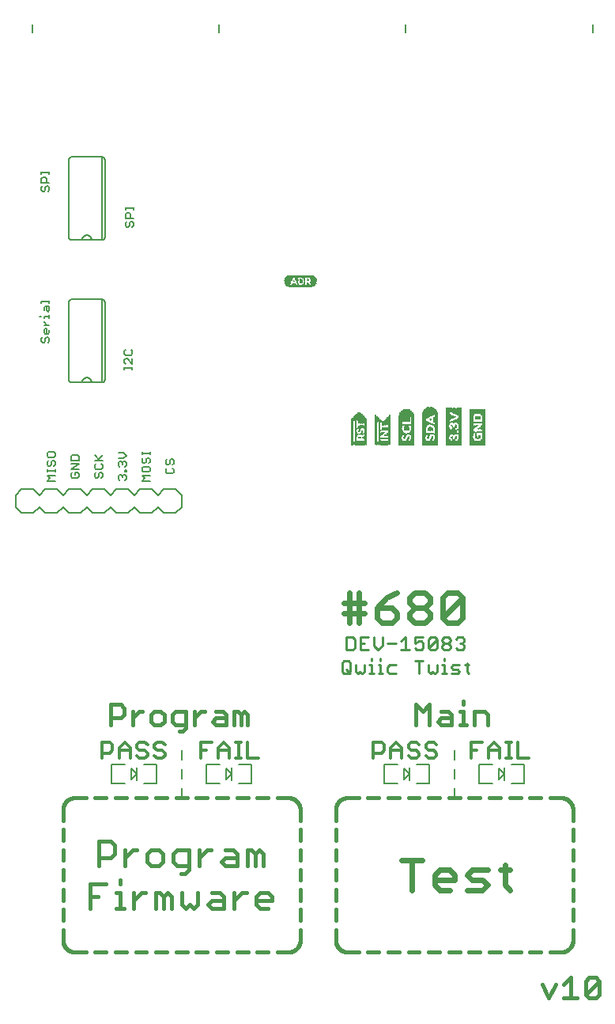
<source format=gto>
G75*
%MOIN*%
%OFA0B0*%
%FSLAX25Y25*%
%IPPOS*%
%LPD*%
%AMOC8*
5,1,8,0,0,1.08239X$1,22.5*
%
%ADD10C,0.02300*%
%ADD11C,0.00900*%
%ADD12C,0.01800*%
%ADD13C,0.01500*%
%ADD14C,0.01200*%
%ADD15C,0.00800*%
%ADD16C,0.00600*%
%ADD17R,0.00157X0.15276*%
%ADD18R,0.00157X0.03307*%
%ADD19R,0.00157X0.11024*%
%ADD20R,0.00157X0.02992*%
%ADD21R,0.00157X0.01260*%
%ADD22R,0.00157X0.01890*%
%ADD23R,0.00157X0.00630*%
%ADD24R,0.00157X0.02677*%
%ADD25R,0.00157X0.00787*%
%ADD26R,0.00157X0.01575*%
%ADD27R,0.00157X0.00472*%
%ADD28R,0.00157X0.02520*%
%ADD29R,0.00157X0.01417*%
%ADD30R,0.00157X0.02205*%
%ADD31R,0.00157X0.02362*%
%ADD32R,0.00157X0.02047*%
%ADD33R,0.00157X0.01102*%
%ADD34R,0.00157X0.00945*%
%ADD35R,0.00157X0.02835*%
%ADD36R,0.00157X0.01732*%
%ADD37R,0.00157X0.00157*%
%ADD38R,0.00157X0.00315*%
%ADD39R,0.00157X0.03150*%
%ADD40R,0.00157X0.15906*%
%ADD41R,0.00157X0.03937*%
%ADD42R,0.00157X0.07402*%
%ADD43R,0.00157X0.03622*%
%ADD44R,0.00157X0.03465*%
%ADD45R,0.00157X0.13858*%
%ADD46R,0.00157X0.14331*%
%ADD47R,0.00157X0.14646*%
%ADD48R,0.00157X0.14961*%
%ADD49R,0.00157X0.15118*%
%ADD50R,0.00157X0.15433*%
%ADD51R,0.00157X0.11969*%
%ADD52R,0.00157X0.04567*%
%ADD53R,0.00157X0.04409*%
%ADD54R,0.00157X0.04252*%
%ADD55R,0.00157X0.04094*%
%ADD56R,0.00157X0.03780*%
%ADD57R,0.00157X0.12913*%
%ADD58R,0.00157X0.13386*%
%ADD59R,0.00157X0.13701*%
%ADD60R,0.00157X0.14016*%
%ADD61R,0.00157X0.14173*%
%ADD62R,0.00157X0.14488*%
%ADD63R,0.00157X0.07087*%
%ADD64R,0.00157X0.04882*%
%ADD65R,0.00157X0.05039*%
%ADD66R,0.00157X0.05197*%
%ADD67R,0.00157X0.12756*%
%ADD68R,0.00157X0.12598*%
%ADD69R,0.00157X0.12441*%
%ADD70R,0.00157X0.12283*%
%ADD71R,0.00157X0.11181*%
%ADD72R,0.00157X0.10866*%
%ADD73R,0.00157X0.10709*%
%ADD74R,0.00157X0.12126*%
%ADD75R,0.00157X0.11496*%
%ADD76R,0.00157X0.11654*%
%ADD77R,0.00157X0.13071*%
%ADD78R,0.00157X0.13228*%
%ADD79R,0.00157X0.11811*%
%ADD80R,0.10039X0.00118*%
%ADD81R,0.10748X0.00118*%
%ADD82R,0.11220X0.00079*%
%ADD83R,0.11693X0.00157*%
%ADD84R,0.11929X0.00118*%
%ADD85R,0.12165X0.00118*%
%ADD86R,0.12402X0.00079*%
%ADD87R,0.12638X0.00118*%
%ADD88R,0.03307X0.00157*%
%ADD89R,0.01535X0.00157*%
%ADD90R,0.01299X0.00157*%
%ADD91R,0.02717X0.00157*%
%ADD92R,0.03307X0.00118*%
%ADD93R,0.01535X0.00118*%
%ADD94R,0.01063X0.00118*%
%ADD95R,0.02598X0.00118*%
%ADD96R,0.01417X0.00118*%
%ADD97R,0.00827X0.00118*%
%ADD98R,0.02480X0.00118*%
%ADD99R,0.00709X0.00118*%
%ADD100R,0.02362X0.00118*%
%ADD101R,0.00591X0.00157*%
%ADD102R,0.02480X0.00157*%
%ADD103R,0.01299X0.00118*%
%ADD104R,0.00472X0.00118*%
%ADD105R,0.03189X0.00118*%
%ADD106R,0.01181X0.00118*%
%ADD107R,0.00945X0.00118*%
%ADD108R,0.00354X0.00118*%
%ADD109R,0.03189X0.00157*%
%ADD110R,0.01063X0.00157*%
%ADD111R,0.00354X0.00157*%
%ADD112R,0.00945X0.00157*%
%ADD113R,0.03071X0.00118*%
%ADD114R,0.00236X0.00118*%
%ADD115R,0.00118X0.00118*%
%ADD116R,0.02953X0.00157*%
%ADD117R,0.00827X0.00157*%
%ADD118R,0.01181X0.00157*%
%ADD119R,0.00236X0.00157*%
%ADD120R,0.02953X0.00118*%
%ADD121R,0.02835X0.00118*%
%ADD122R,0.00591X0.00118*%
%ADD123R,0.02717X0.00118*%
%ADD124R,0.02835X0.00157*%
%ADD125R,0.02362X0.00157*%
%ADD126R,0.02244X0.00118*%
%ADD127R,0.02008X0.00118*%
%ADD128R,0.02126X0.00157*%
%ADD129R,0.01654X0.00157*%
%ADD130R,0.02126X0.00118*%
%ADD131R,0.01772X0.00118*%
%ADD132R,0.12402X0.00118*%
%ADD133R,0.11693X0.00118*%
%ADD134R,0.11220X0.00118*%
%ADD135C,0.00500*%
%ADD136C,0.01600*%
D10*
X0303978Y0273650D02*
X0303978Y0286361D01*
X0308215Y0286361D02*
X0308215Y0273650D01*
X0310334Y0277887D02*
X0301860Y0277887D01*
X0301860Y0282124D02*
X0308215Y0282124D01*
X0310334Y0282124D01*
X0315672Y0280005D02*
X0315672Y0275768D01*
X0317790Y0273650D01*
X0322027Y0273650D01*
X0324145Y0275768D01*
X0324145Y0277887D01*
X0322027Y0280005D01*
X0315672Y0280005D01*
X0319908Y0284242D01*
X0324145Y0286361D01*
X0329483Y0284242D02*
X0329483Y0282124D01*
X0331602Y0280005D01*
X0335839Y0280005D01*
X0337957Y0277887D01*
X0337957Y0275768D01*
X0335839Y0273650D01*
X0331602Y0273650D01*
X0329483Y0275768D01*
X0329483Y0277887D01*
X0331602Y0280005D01*
X0335839Y0280005D02*
X0337957Y0282124D01*
X0337957Y0284242D01*
X0335839Y0286361D01*
X0331602Y0286361D01*
X0329483Y0284242D01*
X0343295Y0284242D02*
X0343295Y0275768D01*
X0351769Y0284242D01*
X0351769Y0275768D01*
X0349651Y0273650D01*
X0345414Y0273650D01*
X0343295Y0275768D01*
X0343295Y0284242D02*
X0345414Y0286361D01*
X0349651Y0286361D01*
X0351769Y0284242D01*
X0334636Y0173861D02*
X0326162Y0173861D01*
X0330399Y0173861D02*
X0330399Y0161150D01*
X0339973Y0163268D02*
X0339973Y0167505D01*
X0342092Y0169624D01*
X0346329Y0169624D01*
X0348447Y0167505D01*
X0348447Y0165387D01*
X0339973Y0165387D01*
X0339973Y0163268D02*
X0342092Y0161150D01*
X0346329Y0161150D01*
X0353785Y0161150D02*
X0360141Y0161150D01*
X0362259Y0163268D01*
X0360141Y0165387D01*
X0355904Y0165387D01*
X0353785Y0167505D01*
X0355904Y0169624D01*
X0362259Y0169624D01*
X0367597Y0169624D02*
X0371834Y0169624D01*
X0369716Y0171742D02*
X0369716Y0163268D01*
X0371834Y0161150D01*
D11*
X0354547Y0252325D02*
X0353654Y0253217D01*
X0353654Y0256787D01*
X0352762Y0255895D02*
X0354547Y0255895D01*
X0350577Y0255895D02*
X0347900Y0255895D01*
X0347007Y0255002D01*
X0347900Y0254110D01*
X0349684Y0254110D01*
X0350577Y0253217D01*
X0349684Y0252325D01*
X0347007Y0252325D01*
X0344955Y0252325D02*
X0343171Y0252325D01*
X0344063Y0252325D02*
X0344063Y0255895D01*
X0343171Y0255895D01*
X0344063Y0257680D02*
X0344063Y0258572D01*
X0344063Y0262325D02*
X0343171Y0263217D01*
X0343171Y0264110D01*
X0344063Y0265002D01*
X0345848Y0265002D01*
X0346740Y0264110D01*
X0346740Y0263217D01*
X0345848Y0262325D01*
X0344063Y0262325D01*
X0344063Y0265002D02*
X0343171Y0265895D01*
X0343171Y0266787D01*
X0344063Y0267680D01*
X0345848Y0267680D01*
X0346740Y0266787D01*
X0346740Y0265895D01*
X0345848Y0265002D01*
X0348925Y0263217D02*
X0349818Y0262325D01*
X0351603Y0262325D01*
X0352495Y0263217D01*
X0352495Y0264110D01*
X0351603Y0265002D01*
X0350710Y0265002D01*
X0351603Y0265002D02*
X0352495Y0265895D01*
X0352495Y0266787D01*
X0351603Y0267680D01*
X0349818Y0267680D01*
X0348925Y0266787D01*
X0340985Y0266787D02*
X0337416Y0263217D01*
X0338308Y0262325D01*
X0340093Y0262325D01*
X0340985Y0263217D01*
X0340985Y0266787D01*
X0340093Y0267680D01*
X0338308Y0267680D01*
X0337416Y0266787D01*
X0337416Y0263217D01*
X0335230Y0263217D02*
X0334338Y0262325D01*
X0332553Y0262325D01*
X0331661Y0263217D01*
X0331661Y0265002D02*
X0333446Y0265895D01*
X0334338Y0265895D01*
X0335230Y0265002D01*
X0335230Y0263217D01*
X0331661Y0265002D02*
X0331661Y0267680D01*
X0335230Y0267680D01*
X0329476Y0262325D02*
X0325906Y0262325D01*
X0327691Y0262325D02*
X0327691Y0267680D01*
X0325906Y0265895D01*
X0323721Y0265002D02*
X0320151Y0265002D01*
X0317966Y0264110D02*
X0317966Y0267680D01*
X0314396Y0267680D02*
X0314396Y0264110D01*
X0316181Y0262325D01*
X0317966Y0264110D01*
X0317207Y0258572D02*
X0317207Y0257680D01*
X0317207Y0255895D02*
X0317207Y0252325D01*
X0318099Y0252325D02*
X0316314Y0252325D01*
X0314263Y0252325D02*
X0312478Y0252325D01*
X0313370Y0252325D02*
X0313370Y0255895D01*
X0312478Y0255895D01*
X0313370Y0257680D02*
X0313370Y0258572D01*
X0312211Y0262325D02*
X0308641Y0262325D01*
X0308641Y0267680D01*
X0312211Y0267680D01*
X0310426Y0265002D02*
X0308641Y0265002D01*
X0306456Y0263217D02*
X0306456Y0266787D01*
X0305563Y0267680D01*
X0302886Y0267680D01*
X0302886Y0262325D01*
X0305563Y0262325D01*
X0306456Y0263217D01*
X0303645Y0257680D02*
X0304538Y0256787D01*
X0304538Y0253217D01*
X0303645Y0252325D01*
X0301860Y0252325D01*
X0300968Y0253217D01*
X0300968Y0256787D01*
X0301860Y0257680D01*
X0303645Y0257680D01*
X0306723Y0255895D02*
X0306723Y0253217D01*
X0307615Y0252325D01*
X0308508Y0253217D01*
X0309400Y0252325D01*
X0310293Y0253217D01*
X0310293Y0255895D01*
X0316314Y0255895D02*
X0317207Y0255895D01*
X0320151Y0255002D02*
X0320151Y0253217D01*
X0321043Y0252325D01*
X0323721Y0252325D01*
X0323721Y0255895D02*
X0321043Y0255895D01*
X0320151Y0255002D01*
X0331661Y0257680D02*
X0335230Y0257680D01*
X0333446Y0257680D02*
X0333446Y0252325D01*
X0337416Y0253217D02*
X0338308Y0252325D01*
X0339200Y0253217D01*
X0340093Y0252325D01*
X0340985Y0253217D01*
X0340985Y0255895D01*
X0337416Y0255895D02*
X0337416Y0253217D01*
X0304538Y0252325D02*
X0302753Y0254110D01*
D12*
X0266120Y0178206D02*
X0267821Y0176504D01*
X0267821Y0171400D01*
X0264418Y0171400D02*
X0264418Y0176504D01*
X0266120Y0178206D01*
X0264418Y0176504D02*
X0262717Y0178206D01*
X0261015Y0178206D01*
X0261015Y0171400D01*
X0256772Y0171400D02*
X0256772Y0176504D01*
X0255070Y0178206D01*
X0251667Y0178206D01*
X0251667Y0174803D02*
X0256772Y0174803D01*
X0256772Y0171400D02*
X0251667Y0171400D01*
X0249966Y0173101D01*
X0251667Y0174803D01*
X0245862Y0178206D02*
X0244161Y0178206D01*
X0240758Y0174803D01*
X0240758Y0171400D02*
X0240758Y0178206D01*
X0236514Y0178206D02*
X0236514Y0169699D01*
X0234813Y0167997D01*
X0233111Y0167997D01*
X0231410Y0171400D02*
X0236514Y0171400D01*
X0231410Y0171400D02*
X0229709Y0173101D01*
X0229709Y0176504D01*
X0231410Y0178206D01*
X0236514Y0178206D01*
X0225465Y0176504D02*
X0225465Y0173101D01*
X0223764Y0171400D01*
X0220361Y0171400D01*
X0218659Y0173101D01*
X0218659Y0176504D01*
X0220361Y0178206D01*
X0223764Y0178206D01*
X0225465Y0176504D01*
X0224044Y0160206D02*
X0225745Y0158504D01*
X0227447Y0160206D01*
X0229148Y0158504D01*
X0229148Y0153400D01*
X0225745Y0153400D02*
X0225745Y0158504D01*
X0224044Y0160206D02*
X0222342Y0160206D01*
X0222342Y0153400D01*
X0218239Y0160206D02*
X0216537Y0160206D01*
X0213134Y0156803D01*
X0213134Y0153400D02*
X0213134Y0160206D01*
X0207470Y0160206D02*
X0207470Y0153400D01*
X0209171Y0153400D02*
X0205768Y0153400D01*
X0205768Y0160206D02*
X0207470Y0160206D01*
X0207470Y0163609D02*
X0207470Y0165310D01*
X0209451Y0171400D02*
X0209451Y0178206D01*
X0209451Y0174803D02*
X0212854Y0178206D01*
X0214556Y0178206D01*
X0205208Y0179907D02*
X0205208Y0176504D01*
X0203506Y0174803D01*
X0198402Y0174803D01*
X0198402Y0171400D02*
X0198402Y0181609D01*
X0203506Y0181609D01*
X0205208Y0179907D01*
X0201525Y0163609D02*
X0194719Y0163609D01*
X0194719Y0153400D01*
X0194719Y0158504D02*
X0198122Y0158504D01*
X0233392Y0160206D02*
X0233392Y0155101D01*
X0235093Y0153400D01*
X0236795Y0155101D01*
X0238496Y0153400D01*
X0240198Y0155101D01*
X0240198Y0160206D01*
X0246143Y0160206D02*
X0249546Y0160206D01*
X0251247Y0158504D01*
X0251247Y0153400D01*
X0246143Y0153400D01*
X0244441Y0155101D01*
X0246143Y0156803D01*
X0251247Y0156803D01*
X0255491Y0156803D02*
X0258894Y0160206D01*
X0260595Y0160206D01*
X0264698Y0158504D02*
X0266400Y0160206D01*
X0269803Y0160206D01*
X0271504Y0158504D01*
X0271504Y0156803D01*
X0264698Y0156803D01*
X0264698Y0158504D02*
X0264698Y0155101D01*
X0266400Y0153400D01*
X0269803Y0153400D01*
X0255491Y0153400D02*
X0255491Y0160206D01*
D13*
X0255568Y0230750D02*
X0255568Y0236422D01*
X0256986Y0236422D01*
X0258404Y0235004D01*
X0259822Y0236422D01*
X0261240Y0235004D01*
X0261240Y0230750D01*
X0258404Y0230750D02*
X0258404Y0235004D01*
X0252032Y0235004D02*
X0252032Y0230750D01*
X0247778Y0230750D01*
X0246360Y0232168D01*
X0247778Y0233586D01*
X0252032Y0233586D01*
X0252032Y0235004D02*
X0250614Y0236422D01*
X0247778Y0236422D01*
X0242941Y0236422D02*
X0241523Y0236422D01*
X0238687Y0233586D01*
X0238687Y0230750D02*
X0238687Y0236422D01*
X0235151Y0236422D02*
X0230897Y0236422D01*
X0229479Y0235004D01*
X0229479Y0232168D01*
X0230897Y0230750D01*
X0235151Y0230750D01*
X0235151Y0229332D02*
X0235151Y0236422D01*
X0235151Y0229332D02*
X0233733Y0227914D01*
X0232315Y0227914D01*
X0225943Y0232168D02*
X0225943Y0235004D01*
X0224525Y0236422D01*
X0221689Y0236422D01*
X0220272Y0235004D01*
X0220272Y0232168D01*
X0221689Y0230750D01*
X0224525Y0230750D01*
X0225943Y0232168D01*
X0216852Y0236422D02*
X0215434Y0236422D01*
X0212598Y0233586D01*
X0212598Y0230750D02*
X0212598Y0236422D01*
X0209062Y0237839D02*
X0209062Y0235004D01*
X0207644Y0233586D01*
X0203390Y0233586D01*
X0203390Y0230750D02*
X0203390Y0239257D01*
X0207644Y0239257D01*
X0209062Y0237839D01*
X0332202Y0239257D02*
X0332202Y0230750D01*
X0337874Y0230750D02*
X0337874Y0239257D01*
X0335038Y0236422D01*
X0332202Y0239257D01*
X0341410Y0232168D02*
X0342828Y0233586D01*
X0347082Y0233586D01*
X0347082Y0235004D02*
X0347082Y0230750D01*
X0342828Y0230750D01*
X0341410Y0232168D01*
X0342828Y0236422D02*
X0345664Y0236422D01*
X0347082Y0235004D01*
X0350618Y0236422D02*
X0352036Y0236422D01*
X0352036Y0230750D01*
X0350618Y0230750D02*
X0353454Y0230750D01*
X0356757Y0230750D02*
X0356757Y0236422D01*
X0361010Y0236422D01*
X0362428Y0235004D01*
X0362428Y0230750D01*
X0352036Y0239257D02*
X0352036Y0240675D01*
X0385272Y0121422D02*
X0388107Y0115750D01*
X0390943Y0121422D01*
X0394479Y0121422D02*
X0397315Y0124257D01*
X0397315Y0115750D01*
X0394479Y0115750D02*
X0400151Y0115750D01*
X0403687Y0117168D02*
X0409359Y0122839D01*
X0409359Y0117168D01*
X0407941Y0115750D01*
X0405105Y0115750D01*
X0403687Y0117168D01*
X0403687Y0122839D01*
X0405105Y0124257D01*
X0407941Y0124257D01*
X0409359Y0122839D01*
D14*
X0379609Y0216600D02*
X0375072Y0216600D01*
X0375072Y0223406D01*
X0372430Y0223406D02*
X0370161Y0223406D01*
X0371295Y0223406D02*
X0371295Y0216600D01*
X0370161Y0216600D02*
X0372430Y0216600D01*
X0367332Y0216600D02*
X0367332Y0221137D01*
X0365063Y0223406D01*
X0362795Y0221137D01*
X0362795Y0216600D01*
X0362795Y0220003D02*
X0367332Y0220003D01*
X0359966Y0223406D02*
X0355428Y0223406D01*
X0355428Y0216600D01*
X0355428Y0220003D02*
X0357697Y0220003D01*
X0340837Y0218869D02*
X0340837Y0217734D01*
X0339703Y0216600D01*
X0337434Y0216600D01*
X0336300Y0217734D01*
X0337434Y0220003D02*
X0339703Y0220003D01*
X0340837Y0218869D01*
X0340837Y0222272D02*
X0339703Y0223406D01*
X0337434Y0223406D01*
X0336300Y0222272D01*
X0336300Y0221137D01*
X0337434Y0220003D01*
X0333471Y0218869D02*
X0333471Y0217734D01*
X0332336Y0216600D01*
X0330068Y0216600D01*
X0328933Y0217734D01*
X0330068Y0220003D02*
X0332336Y0220003D01*
X0333471Y0218869D01*
X0333471Y0222272D02*
X0332336Y0223406D01*
X0330068Y0223406D01*
X0328933Y0222272D01*
X0328933Y0221137D01*
X0330068Y0220003D01*
X0326104Y0220003D02*
X0321567Y0220003D01*
X0321567Y0221137D02*
X0323836Y0223406D01*
X0326104Y0221137D01*
X0326104Y0216600D01*
X0321567Y0216600D02*
X0321567Y0221137D01*
X0318738Y0220003D02*
X0317604Y0218869D01*
X0314201Y0218869D01*
X0314201Y0216600D02*
X0314201Y0223406D01*
X0317604Y0223406D01*
X0318738Y0222272D01*
X0318738Y0220003D01*
X0265609Y0216600D02*
X0261072Y0216600D01*
X0261072Y0223406D01*
X0258430Y0223406D02*
X0256161Y0223406D01*
X0257295Y0223406D02*
X0257295Y0216600D01*
X0256161Y0216600D02*
X0258430Y0216600D01*
X0253332Y0216600D02*
X0253332Y0221137D01*
X0251063Y0223406D01*
X0248795Y0221137D01*
X0248795Y0216600D01*
X0248795Y0220003D02*
X0253332Y0220003D01*
X0245966Y0223406D02*
X0241428Y0223406D01*
X0241428Y0216600D01*
X0241428Y0220003D02*
X0243697Y0220003D01*
X0226337Y0218869D02*
X0226337Y0217734D01*
X0225203Y0216600D01*
X0222934Y0216600D01*
X0221800Y0217734D01*
X0222934Y0220003D02*
X0225203Y0220003D01*
X0226337Y0218869D01*
X0226337Y0222272D02*
X0225203Y0223406D01*
X0222934Y0223406D01*
X0221800Y0222272D01*
X0221800Y0221137D01*
X0222934Y0220003D01*
X0218971Y0218869D02*
X0218971Y0217734D01*
X0217836Y0216600D01*
X0215568Y0216600D01*
X0214433Y0217734D01*
X0215568Y0220003D02*
X0217836Y0220003D01*
X0218971Y0218869D01*
X0218971Y0222272D02*
X0217836Y0223406D01*
X0215568Y0223406D01*
X0214433Y0222272D01*
X0214433Y0221137D01*
X0215568Y0220003D01*
X0211604Y0220003D02*
X0207067Y0220003D01*
X0207067Y0221137D02*
X0209336Y0223406D01*
X0211604Y0221137D01*
X0211604Y0216600D01*
X0207067Y0216600D02*
X0207067Y0221137D01*
X0204238Y0220003D02*
X0203104Y0218869D01*
X0199701Y0218869D01*
X0199701Y0216600D02*
X0199701Y0223406D01*
X0203104Y0223406D01*
X0204238Y0222272D01*
X0204238Y0220003D01*
D15*
X0165833Y0320000D02*
X0163333Y0322500D01*
X0163333Y0327500D01*
X0165833Y0330000D01*
X0170833Y0330000D01*
X0173333Y0327500D01*
X0175833Y0330000D01*
X0180833Y0330000D01*
X0183333Y0327500D01*
X0185833Y0330000D01*
X0190833Y0330000D01*
X0193333Y0327500D01*
X0195833Y0330000D01*
X0200833Y0330000D01*
X0203333Y0327500D01*
X0205833Y0330000D01*
X0210833Y0330000D01*
X0213333Y0327500D01*
X0215833Y0330000D01*
X0220833Y0330000D01*
X0223333Y0327500D01*
X0225833Y0330000D01*
X0230833Y0330000D01*
X0233333Y0327500D01*
X0233333Y0322500D01*
X0230833Y0320000D01*
X0225833Y0320000D01*
X0223333Y0322500D01*
X0220833Y0320000D01*
X0215833Y0320000D01*
X0213333Y0322500D01*
X0210833Y0320000D01*
X0205833Y0320000D01*
X0203333Y0322500D01*
X0200833Y0320000D01*
X0195833Y0320000D01*
X0193333Y0322500D01*
X0190833Y0320000D01*
X0185833Y0320000D01*
X0183333Y0322500D01*
X0180833Y0320000D01*
X0175833Y0320000D01*
X0173333Y0322500D01*
X0170833Y0320000D01*
X0165833Y0320000D01*
X0187133Y0375000D02*
X0191333Y0375000D01*
X0195333Y0375000D01*
X0199533Y0375000D01*
X0199633Y0375000D02*
X0199633Y0410000D01*
X0199533Y0410000D02*
X0187133Y0410000D01*
X0187057Y0409998D01*
X0186981Y0409992D01*
X0186906Y0409983D01*
X0186831Y0409969D01*
X0186757Y0409952D01*
X0186684Y0409931D01*
X0186612Y0409907D01*
X0186541Y0409878D01*
X0186472Y0409847D01*
X0186405Y0409812D01*
X0186340Y0409773D01*
X0186276Y0409731D01*
X0186215Y0409686D01*
X0186156Y0409638D01*
X0186100Y0409587D01*
X0186046Y0409533D01*
X0185995Y0409477D01*
X0185947Y0409418D01*
X0185902Y0409357D01*
X0185860Y0409293D01*
X0185821Y0409228D01*
X0185786Y0409161D01*
X0185755Y0409092D01*
X0185726Y0409021D01*
X0185702Y0408949D01*
X0185681Y0408876D01*
X0185664Y0408802D01*
X0185650Y0408727D01*
X0185641Y0408652D01*
X0185635Y0408576D01*
X0185633Y0408500D01*
X0185633Y0376500D01*
X0185635Y0376424D01*
X0185641Y0376348D01*
X0185650Y0376273D01*
X0185664Y0376198D01*
X0185681Y0376124D01*
X0185702Y0376051D01*
X0185726Y0375979D01*
X0185755Y0375908D01*
X0185786Y0375839D01*
X0185821Y0375772D01*
X0185860Y0375707D01*
X0185902Y0375643D01*
X0185947Y0375582D01*
X0185995Y0375523D01*
X0186046Y0375467D01*
X0186100Y0375413D01*
X0186156Y0375362D01*
X0186215Y0375314D01*
X0186276Y0375269D01*
X0186340Y0375227D01*
X0186405Y0375188D01*
X0186472Y0375153D01*
X0186541Y0375122D01*
X0186612Y0375093D01*
X0186684Y0375069D01*
X0186757Y0375048D01*
X0186831Y0375031D01*
X0186906Y0375017D01*
X0186981Y0375008D01*
X0187057Y0375002D01*
X0187133Y0375000D01*
X0191333Y0375000D02*
X0191335Y0375088D01*
X0191341Y0375177D01*
X0191351Y0375265D01*
X0191364Y0375352D01*
X0191382Y0375439D01*
X0191403Y0375525D01*
X0191428Y0375610D01*
X0191457Y0375693D01*
X0191490Y0375776D01*
X0191526Y0375856D01*
X0191565Y0375935D01*
X0191608Y0376013D01*
X0191655Y0376088D01*
X0191705Y0376161D01*
X0191758Y0376232D01*
X0191814Y0376301D01*
X0191873Y0376367D01*
X0191935Y0376430D01*
X0191999Y0376490D01*
X0192066Y0376548D01*
X0192136Y0376602D01*
X0192208Y0376654D01*
X0192282Y0376702D01*
X0192359Y0376747D01*
X0192437Y0376788D01*
X0192517Y0376826D01*
X0192598Y0376860D01*
X0192681Y0376891D01*
X0192766Y0376918D01*
X0192851Y0376941D01*
X0192937Y0376960D01*
X0193025Y0376976D01*
X0193112Y0376988D01*
X0193200Y0376996D01*
X0193289Y0377000D01*
X0193377Y0377000D01*
X0193466Y0376996D01*
X0193554Y0376988D01*
X0193641Y0376976D01*
X0193729Y0376960D01*
X0193815Y0376941D01*
X0193900Y0376918D01*
X0193985Y0376891D01*
X0194068Y0376860D01*
X0194149Y0376826D01*
X0194229Y0376788D01*
X0194307Y0376747D01*
X0194384Y0376702D01*
X0194458Y0376654D01*
X0194530Y0376602D01*
X0194600Y0376548D01*
X0194667Y0376490D01*
X0194731Y0376430D01*
X0194793Y0376367D01*
X0194852Y0376301D01*
X0194908Y0376232D01*
X0194961Y0376161D01*
X0195011Y0376088D01*
X0195058Y0376013D01*
X0195101Y0375935D01*
X0195140Y0375856D01*
X0195176Y0375776D01*
X0195209Y0375693D01*
X0195238Y0375610D01*
X0195263Y0375525D01*
X0195284Y0375439D01*
X0195302Y0375352D01*
X0195315Y0375265D01*
X0195325Y0375177D01*
X0195331Y0375088D01*
X0195333Y0375000D01*
X0199533Y0375000D02*
X0199609Y0375002D01*
X0199685Y0375008D01*
X0199760Y0375017D01*
X0199835Y0375031D01*
X0199909Y0375048D01*
X0199982Y0375069D01*
X0200054Y0375093D01*
X0200125Y0375122D01*
X0200194Y0375153D01*
X0200261Y0375188D01*
X0200326Y0375227D01*
X0200390Y0375269D01*
X0200451Y0375314D01*
X0200510Y0375362D01*
X0200566Y0375413D01*
X0200620Y0375467D01*
X0200671Y0375523D01*
X0200719Y0375582D01*
X0200764Y0375643D01*
X0200806Y0375707D01*
X0200845Y0375772D01*
X0200880Y0375839D01*
X0200911Y0375908D01*
X0200940Y0375979D01*
X0200964Y0376051D01*
X0200985Y0376124D01*
X0201002Y0376198D01*
X0201016Y0376273D01*
X0201025Y0376348D01*
X0201031Y0376424D01*
X0201033Y0376500D01*
X0201033Y0408500D01*
X0201031Y0408576D01*
X0201025Y0408652D01*
X0201016Y0408727D01*
X0201002Y0408802D01*
X0200985Y0408876D01*
X0200964Y0408949D01*
X0200940Y0409021D01*
X0200911Y0409092D01*
X0200880Y0409161D01*
X0200845Y0409228D01*
X0200806Y0409293D01*
X0200764Y0409357D01*
X0200719Y0409418D01*
X0200671Y0409477D01*
X0200620Y0409533D01*
X0200566Y0409587D01*
X0200510Y0409638D01*
X0200451Y0409686D01*
X0200390Y0409731D01*
X0200326Y0409773D01*
X0200261Y0409812D01*
X0200194Y0409847D01*
X0200125Y0409878D01*
X0200054Y0409907D01*
X0199982Y0409931D01*
X0199909Y0409952D01*
X0199835Y0409969D01*
X0199760Y0409983D01*
X0199685Y0409992D01*
X0199609Y0409998D01*
X0199533Y0410000D01*
X0199533Y0435000D02*
X0195333Y0435000D01*
X0191333Y0435000D01*
X0187133Y0435000D01*
X0187057Y0435002D01*
X0186981Y0435008D01*
X0186906Y0435017D01*
X0186831Y0435031D01*
X0186757Y0435048D01*
X0186684Y0435069D01*
X0186612Y0435093D01*
X0186541Y0435122D01*
X0186472Y0435153D01*
X0186405Y0435188D01*
X0186340Y0435227D01*
X0186276Y0435269D01*
X0186215Y0435314D01*
X0186156Y0435362D01*
X0186100Y0435413D01*
X0186046Y0435467D01*
X0185995Y0435523D01*
X0185947Y0435582D01*
X0185902Y0435643D01*
X0185860Y0435707D01*
X0185821Y0435772D01*
X0185786Y0435839D01*
X0185755Y0435908D01*
X0185726Y0435979D01*
X0185702Y0436051D01*
X0185681Y0436124D01*
X0185664Y0436198D01*
X0185650Y0436273D01*
X0185641Y0436348D01*
X0185635Y0436424D01*
X0185633Y0436500D01*
X0185633Y0468500D01*
X0185635Y0468576D01*
X0185641Y0468652D01*
X0185650Y0468727D01*
X0185664Y0468802D01*
X0185681Y0468876D01*
X0185702Y0468949D01*
X0185726Y0469021D01*
X0185755Y0469092D01*
X0185786Y0469161D01*
X0185821Y0469228D01*
X0185860Y0469293D01*
X0185902Y0469357D01*
X0185947Y0469418D01*
X0185995Y0469477D01*
X0186046Y0469533D01*
X0186100Y0469587D01*
X0186156Y0469638D01*
X0186215Y0469686D01*
X0186276Y0469731D01*
X0186340Y0469773D01*
X0186405Y0469812D01*
X0186472Y0469847D01*
X0186541Y0469878D01*
X0186612Y0469907D01*
X0186684Y0469931D01*
X0186757Y0469952D01*
X0186831Y0469969D01*
X0186906Y0469983D01*
X0186981Y0469992D01*
X0187057Y0469998D01*
X0187133Y0470000D01*
X0199533Y0470000D01*
X0199633Y0470000D02*
X0199633Y0435000D01*
X0199533Y0435000D02*
X0199609Y0435002D01*
X0199685Y0435008D01*
X0199760Y0435017D01*
X0199835Y0435031D01*
X0199909Y0435048D01*
X0199982Y0435069D01*
X0200054Y0435093D01*
X0200125Y0435122D01*
X0200194Y0435153D01*
X0200261Y0435188D01*
X0200326Y0435227D01*
X0200390Y0435269D01*
X0200451Y0435314D01*
X0200510Y0435362D01*
X0200566Y0435413D01*
X0200620Y0435467D01*
X0200671Y0435523D01*
X0200719Y0435582D01*
X0200764Y0435643D01*
X0200806Y0435707D01*
X0200845Y0435772D01*
X0200880Y0435839D01*
X0200911Y0435908D01*
X0200940Y0435979D01*
X0200964Y0436051D01*
X0200985Y0436124D01*
X0201002Y0436198D01*
X0201016Y0436273D01*
X0201025Y0436348D01*
X0201031Y0436424D01*
X0201033Y0436500D01*
X0201033Y0468500D01*
X0201031Y0468576D01*
X0201025Y0468652D01*
X0201016Y0468727D01*
X0201002Y0468802D01*
X0200985Y0468876D01*
X0200964Y0468949D01*
X0200940Y0469021D01*
X0200911Y0469092D01*
X0200880Y0469161D01*
X0200845Y0469228D01*
X0200806Y0469293D01*
X0200764Y0469357D01*
X0200719Y0469418D01*
X0200671Y0469477D01*
X0200620Y0469533D01*
X0200566Y0469587D01*
X0200510Y0469638D01*
X0200451Y0469686D01*
X0200390Y0469731D01*
X0200326Y0469773D01*
X0200261Y0469812D01*
X0200194Y0469847D01*
X0200125Y0469878D01*
X0200054Y0469907D01*
X0199982Y0469931D01*
X0199909Y0469952D01*
X0199835Y0469969D01*
X0199760Y0469983D01*
X0199685Y0469992D01*
X0199609Y0469998D01*
X0199533Y0470000D01*
X0195333Y0435000D02*
X0195331Y0435088D01*
X0195325Y0435177D01*
X0195315Y0435265D01*
X0195302Y0435352D01*
X0195284Y0435439D01*
X0195263Y0435525D01*
X0195238Y0435610D01*
X0195209Y0435693D01*
X0195176Y0435776D01*
X0195140Y0435856D01*
X0195101Y0435935D01*
X0195058Y0436013D01*
X0195011Y0436088D01*
X0194961Y0436161D01*
X0194908Y0436232D01*
X0194852Y0436301D01*
X0194793Y0436367D01*
X0194731Y0436430D01*
X0194667Y0436490D01*
X0194600Y0436548D01*
X0194530Y0436602D01*
X0194458Y0436654D01*
X0194384Y0436702D01*
X0194307Y0436747D01*
X0194229Y0436788D01*
X0194149Y0436826D01*
X0194068Y0436860D01*
X0193985Y0436891D01*
X0193900Y0436918D01*
X0193815Y0436941D01*
X0193729Y0436960D01*
X0193641Y0436976D01*
X0193554Y0436988D01*
X0193466Y0436996D01*
X0193377Y0437000D01*
X0193289Y0437000D01*
X0193200Y0436996D01*
X0193112Y0436988D01*
X0193025Y0436976D01*
X0192937Y0436960D01*
X0192851Y0436941D01*
X0192766Y0436918D01*
X0192681Y0436891D01*
X0192598Y0436860D01*
X0192517Y0436826D01*
X0192437Y0436788D01*
X0192359Y0436747D01*
X0192282Y0436702D01*
X0192208Y0436654D01*
X0192136Y0436602D01*
X0192066Y0436548D01*
X0191999Y0436490D01*
X0191935Y0436430D01*
X0191873Y0436367D01*
X0191814Y0436301D01*
X0191758Y0436232D01*
X0191705Y0436161D01*
X0191655Y0436088D01*
X0191608Y0436013D01*
X0191565Y0435935D01*
X0191526Y0435856D01*
X0191490Y0435776D01*
X0191457Y0435693D01*
X0191428Y0435610D01*
X0191403Y0435525D01*
X0191382Y0435439D01*
X0191364Y0435352D01*
X0191351Y0435265D01*
X0191341Y0435177D01*
X0191335Y0435088D01*
X0191333Y0435000D01*
X0233333Y0220000D02*
X0233333Y0215958D01*
X0233333Y0212021D02*
X0233333Y0207979D01*
X0233333Y0204042D02*
X0233333Y0200000D01*
X0222782Y0206063D02*
X0222782Y0213937D01*
X0217270Y0213937D01*
X0214514Y0212756D02*
X0214514Y0210000D01*
X0212152Y0207638D01*
X0212152Y0212362D01*
X0214514Y0210000D01*
X0214514Y0207244D01*
X0217270Y0206063D02*
X0222782Y0206063D01*
X0209396Y0206063D02*
X0203885Y0206063D01*
X0203885Y0213937D01*
X0209396Y0213937D01*
X0243885Y0213937D02*
X0243885Y0206063D01*
X0249396Y0206063D01*
X0252152Y0207638D02*
X0254514Y0210000D01*
X0252152Y0212362D01*
X0252152Y0207638D01*
X0254514Y0207244D02*
X0254514Y0210000D01*
X0254514Y0212756D01*
X0257270Y0213937D02*
X0262782Y0213937D01*
X0262782Y0206063D01*
X0257270Y0206063D01*
X0249396Y0213937D02*
X0243885Y0213937D01*
X0318885Y0213937D02*
X0318885Y0206063D01*
X0324396Y0206063D01*
X0327152Y0207638D02*
X0329514Y0210000D01*
X0327152Y0212362D01*
X0327152Y0207638D01*
X0329514Y0207244D02*
X0329514Y0210000D01*
X0329514Y0212756D01*
X0332270Y0213937D02*
X0337782Y0213937D01*
X0337782Y0206063D01*
X0332270Y0206063D01*
X0324396Y0213937D02*
X0318885Y0213937D01*
X0348333Y0212021D02*
X0348333Y0207979D01*
X0348333Y0204042D02*
X0348333Y0200000D01*
X0358885Y0206063D02*
X0358885Y0213937D01*
X0364396Y0213937D01*
X0367152Y0212362D02*
X0367152Y0207638D01*
X0369514Y0210000D01*
X0367152Y0212362D01*
X0369514Y0212756D02*
X0369514Y0210000D01*
X0369514Y0207244D01*
X0372270Y0206063D02*
X0377782Y0206063D01*
X0377782Y0213937D01*
X0372270Y0213937D01*
X0364396Y0206063D02*
X0358885Y0206063D01*
X0348333Y0215958D02*
X0348333Y0220000D01*
D16*
X0230033Y0337184D02*
X0230033Y0338318D01*
X0229466Y0338885D01*
X0229466Y0340300D02*
X0230033Y0340867D01*
X0230033Y0342001D01*
X0229466Y0342569D01*
X0228899Y0342569D01*
X0228332Y0342001D01*
X0228332Y0340867D01*
X0227765Y0340300D01*
X0227198Y0340300D01*
X0226630Y0340867D01*
X0226630Y0342001D01*
X0227198Y0342569D01*
X0227198Y0338885D02*
X0226630Y0338318D01*
X0226630Y0337184D01*
X0227198Y0336617D01*
X0229466Y0336617D01*
X0230033Y0337184D01*
X0220033Y0337798D02*
X0220033Y0338932D01*
X0219466Y0339499D01*
X0217198Y0339499D01*
X0216630Y0338932D01*
X0216630Y0337798D01*
X0217198Y0337231D01*
X0219466Y0337231D01*
X0220033Y0337798D01*
X0220033Y0335816D02*
X0216630Y0335816D01*
X0217765Y0334682D01*
X0216630Y0333548D01*
X0220033Y0333548D01*
X0219466Y0340914D02*
X0220033Y0341481D01*
X0220033Y0342615D01*
X0219466Y0343182D01*
X0218899Y0343182D01*
X0218332Y0342615D01*
X0218332Y0341481D01*
X0217765Y0340914D01*
X0217198Y0340914D01*
X0216630Y0341481D01*
X0216630Y0342615D01*
X0217198Y0343182D01*
X0216630Y0344597D02*
X0216630Y0345731D01*
X0216630Y0345164D02*
X0220033Y0345164D01*
X0220033Y0344597D02*
X0220033Y0345731D01*
X0210033Y0344197D02*
X0208899Y0345331D01*
X0206630Y0345331D01*
X0206630Y0343062D02*
X0208899Y0343062D01*
X0210033Y0344197D01*
X0209466Y0341648D02*
X0210033Y0341081D01*
X0210033Y0339946D01*
X0209466Y0339379D01*
X0209466Y0338105D02*
X0210033Y0338105D01*
X0210033Y0337538D01*
X0209466Y0337538D01*
X0209466Y0338105D01*
X0209466Y0336123D02*
X0210033Y0335556D01*
X0210033Y0334422D01*
X0209466Y0333855D01*
X0208332Y0334989D02*
X0208332Y0335556D01*
X0208899Y0336123D01*
X0209466Y0336123D01*
X0208332Y0335556D02*
X0207765Y0336123D01*
X0207198Y0336123D01*
X0206630Y0335556D01*
X0206630Y0334422D01*
X0207198Y0333855D01*
X0207198Y0339379D02*
X0206630Y0339946D01*
X0206630Y0341081D01*
X0207198Y0341648D01*
X0207765Y0341648D01*
X0208332Y0341081D01*
X0208899Y0341648D01*
X0209466Y0341648D01*
X0208332Y0341081D02*
X0208332Y0340514D01*
X0200033Y0340160D02*
X0199466Y0340727D01*
X0200033Y0340160D02*
X0200033Y0339026D01*
X0199466Y0338458D01*
X0197198Y0338458D01*
X0196630Y0339026D01*
X0196630Y0340160D01*
X0197198Y0340727D01*
X0196630Y0342142D02*
X0200033Y0342142D01*
X0198899Y0342142D02*
X0196630Y0344410D01*
X0198332Y0342709D02*
X0200033Y0344410D01*
X0199466Y0337044D02*
X0200033Y0336477D01*
X0200033Y0335342D01*
X0199466Y0334775D01*
X0198332Y0335342D02*
X0198332Y0336477D01*
X0198899Y0337044D01*
X0199466Y0337044D01*
X0198332Y0335342D02*
X0197765Y0334775D01*
X0197198Y0334775D01*
X0196630Y0335342D01*
X0196630Y0336477D01*
X0197198Y0337044D01*
X0190033Y0336477D02*
X0189466Y0337044D01*
X0188332Y0337044D01*
X0188332Y0335910D01*
X0187198Y0337044D02*
X0186630Y0336477D01*
X0186630Y0335342D01*
X0187198Y0334775D01*
X0189466Y0334775D01*
X0190033Y0335342D01*
X0190033Y0336477D01*
X0190033Y0338458D02*
X0186630Y0338458D01*
X0190033Y0340727D01*
X0186630Y0340727D01*
X0186630Y0342142D02*
X0186630Y0343843D01*
X0187198Y0344410D01*
X0189466Y0344410D01*
X0190033Y0343843D01*
X0190033Y0342142D01*
X0186630Y0342142D01*
X0180033Y0341388D02*
X0180033Y0340253D01*
X0179466Y0339686D01*
X0178332Y0340253D02*
X0178332Y0341388D01*
X0178899Y0341955D01*
X0179466Y0341955D01*
X0180033Y0341388D01*
X0178332Y0340253D02*
X0177765Y0339686D01*
X0177198Y0339686D01*
X0176630Y0340253D01*
X0176630Y0341388D01*
X0177198Y0341955D01*
X0177198Y0343369D02*
X0179466Y0343369D01*
X0180033Y0343936D01*
X0180033Y0345071D01*
X0179466Y0345638D01*
X0177198Y0345638D01*
X0176630Y0345071D01*
X0176630Y0343936D01*
X0177198Y0343369D01*
X0176630Y0338365D02*
X0176630Y0337231D01*
X0176630Y0337798D02*
X0180033Y0337798D01*
X0180033Y0337231D02*
X0180033Y0338365D01*
X0180033Y0335816D02*
X0176630Y0335816D01*
X0177765Y0334682D01*
X0176630Y0333548D01*
X0180033Y0333548D01*
X0209130Y0380389D02*
X0209130Y0381523D01*
X0209130Y0380956D02*
X0212533Y0380956D01*
X0212533Y0380389D02*
X0212533Y0381523D01*
X0212533Y0382845D02*
X0210265Y0385113D01*
X0209698Y0385113D01*
X0209130Y0384546D01*
X0209130Y0383412D01*
X0209698Y0382845D01*
X0212533Y0382845D02*
X0212533Y0385113D01*
X0211966Y0386528D02*
X0212533Y0387095D01*
X0212533Y0388229D01*
X0211966Y0388796D01*
X0211966Y0386528D02*
X0209698Y0386528D01*
X0209130Y0387095D01*
X0209130Y0388229D01*
X0209698Y0388796D01*
X0210198Y0440389D02*
X0210765Y0440389D01*
X0211332Y0440956D01*
X0211332Y0442091D01*
X0211899Y0442658D01*
X0212466Y0442658D01*
X0213033Y0442091D01*
X0213033Y0440956D01*
X0212466Y0440389D01*
X0210198Y0440389D02*
X0209630Y0440956D01*
X0209630Y0442091D01*
X0210198Y0442658D01*
X0209630Y0444072D02*
X0209630Y0445774D01*
X0210198Y0446341D01*
X0211332Y0446341D01*
X0211899Y0445774D01*
X0211899Y0444072D01*
X0213033Y0444072D02*
X0209630Y0444072D01*
X0209630Y0447755D02*
X0209630Y0448890D01*
X0209630Y0448323D02*
X0213033Y0448323D01*
X0213033Y0448890D02*
X0213033Y0447755D01*
X0177533Y0455956D02*
X0176966Y0455389D01*
X0177533Y0455956D02*
X0177533Y0457091D01*
X0176966Y0457658D01*
X0176399Y0457658D01*
X0175832Y0457091D01*
X0175832Y0455956D01*
X0175265Y0455389D01*
X0174698Y0455389D01*
X0174130Y0455956D01*
X0174130Y0457091D01*
X0174698Y0457658D01*
X0174130Y0459072D02*
X0174130Y0460774D01*
X0174698Y0461341D01*
X0175832Y0461341D01*
X0176399Y0460774D01*
X0176399Y0459072D01*
X0177533Y0459072D02*
X0174130Y0459072D01*
X0174130Y0462755D02*
X0174130Y0463890D01*
X0174130Y0463323D02*
X0177533Y0463323D01*
X0177533Y0463890D02*
X0177533Y0462755D01*
X0177533Y0409494D02*
X0177533Y0408359D01*
X0177533Y0408926D02*
X0174130Y0408926D01*
X0174130Y0408359D01*
X0175832Y0406945D02*
X0177533Y0406945D01*
X0177533Y0405243D01*
X0176966Y0404676D01*
X0176399Y0405243D01*
X0176399Y0406945D01*
X0175832Y0406945D02*
X0175265Y0406378D01*
X0175265Y0405243D01*
X0175265Y0402788D02*
X0177533Y0402788D01*
X0177533Y0402221D02*
X0177533Y0403355D01*
X0175265Y0402788D02*
X0175265Y0402221D01*
X0174130Y0402788D02*
X0173563Y0402788D01*
X0175265Y0400853D02*
X0175265Y0400286D01*
X0176399Y0399151D01*
X0177533Y0399151D02*
X0175265Y0399151D01*
X0175832Y0397737D02*
X0176399Y0397737D01*
X0176399Y0395468D01*
X0175832Y0395468D02*
X0175265Y0396035D01*
X0175265Y0397170D01*
X0175832Y0397737D01*
X0177533Y0397170D02*
X0177533Y0396035D01*
X0176966Y0395468D01*
X0175832Y0395468D01*
X0176399Y0394054D02*
X0176966Y0394054D01*
X0177533Y0393487D01*
X0177533Y0392352D01*
X0176966Y0391785D01*
X0175832Y0392352D02*
X0175832Y0393487D01*
X0176399Y0394054D01*
X0174698Y0394054D02*
X0174130Y0393487D01*
X0174130Y0392352D01*
X0174698Y0391785D01*
X0175265Y0391785D01*
X0175832Y0392352D01*
D17*
X0335971Y0356028D03*
X0340696Y0356028D03*
X0355184Y0356028D03*
X0355341Y0356028D03*
X0355499Y0356028D03*
X0355656Y0356028D03*
X0355814Y0356028D03*
X0355971Y0356028D03*
X0356129Y0356028D03*
X0360538Y0356028D03*
X0360696Y0356028D03*
X0360853Y0356028D03*
X0361010Y0356028D03*
X0361168Y0356028D03*
X0361325Y0356028D03*
X0361483Y0356028D03*
D18*
X0360381Y0362012D03*
X0350066Y0362642D03*
X0349908Y0362642D03*
X0348333Y0354453D03*
X0346444Y0354138D03*
X0338806Y0350043D03*
X0328806Y0350043D03*
X0326286Y0353665D03*
X0320381Y0358677D03*
X0310223Y0359307D03*
X0307861Y0360567D03*
X0339593Y0362799D03*
X0356286Y0350043D03*
D19*
X0356286Y0358154D03*
X0316916Y0354189D03*
X0311483Y0354031D03*
X0305184Y0354031D03*
D20*
X0307388Y0360409D03*
X0307546Y0360409D03*
X0310538Y0359150D03*
X0320066Y0358520D03*
X0329751Y0361854D03*
X0329908Y0361854D03*
X0339908Y0362799D03*
X0340381Y0362484D03*
X0349278Y0362799D03*
X0349436Y0362799D03*
X0350381Y0358705D03*
X0348018Y0354610D03*
X0348018Y0349886D03*
X0347861Y0349886D03*
X0348176Y0349886D03*
X0348333Y0349886D03*
X0348491Y0349886D03*
X0348648Y0349886D03*
X0346286Y0349886D03*
X0356444Y0349886D03*
X0357703Y0352720D03*
X0357861Y0352720D03*
X0356444Y0362169D03*
D21*
X0357703Y0360043D03*
X0359121Y0360043D03*
X0359751Y0355949D03*
X0359908Y0355949D03*
X0360381Y0353744D03*
X0359278Y0352169D03*
X0356444Y0353744D03*
X0357073Y0356264D03*
X0350381Y0355161D03*
X0349121Y0356579D03*
X0348963Y0356421D03*
X0348176Y0358311D03*
X0348491Y0358469D03*
X0348648Y0358626D03*
X0348806Y0358626D03*
X0348963Y0358783D03*
X0349121Y0358783D03*
X0347703Y0360516D03*
X0350381Y0353114D03*
X0349121Y0351697D03*
X0348963Y0351697D03*
X0339121Y0351539D03*
X0338018Y0352957D03*
X0337546Y0355161D03*
X0339278Y0355161D03*
X0337703Y0357681D03*
X0337546Y0357681D03*
X0330381Y0356894D03*
X0326759Y0353587D03*
X0329121Y0351539D03*
X0320538Y0353087D03*
X0320381Y0353087D03*
X0317703Y0353244D03*
X0310696Y0351669D03*
X0309278Y0353402D03*
X0309278Y0356236D03*
X0309121Y0356236D03*
X0309436Y0356236D03*
X0309593Y0356236D03*
X0309751Y0356236D03*
X0309908Y0356236D03*
X0310066Y0356236D03*
X0310223Y0356236D03*
D22*
X0306286Y0359858D03*
X0316444Y0359228D03*
X0318963Y0357969D03*
X0317388Y0349622D03*
X0320696Y0349622D03*
X0327073Y0349335D03*
X0327231Y0349335D03*
X0327388Y0349335D03*
X0327546Y0349335D03*
X0327703Y0349335D03*
X0327861Y0349335D03*
X0328018Y0349335D03*
X0329278Y0349335D03*
X0329436Y0349335D03*
X0329751Y0349335D03*
X0329908Y0349335D03*
X0327861Y0352642D03*
X0330223Y0353587D03*
X0337861Y0352642D03*
X0337861Y0349335D03*
X0337703Y0349335D03*
X0337546Y0349335D03*
X0337388Y0349335D03*
X0337231Y0349335D03*
X0337073Y0349335D03*
X0339278Y0349335D03*
X0339436Y0349335D03*
X0339593Y0349335D03*
X0339751Y0349335D03*
X0347231Y0349335D03*
X0348963Y0349335D03*
X0349436Y0349335D03*
X0349593Y0349335D03*
X0349751Y0349335D03*
X0348963Y0354217D03*
X0347388Y0354217D03*
X0347073Y0360516D03*
X0347073Y0363350D03*
X0347231Y0363350D03*
X0346444Y0363350D03*
X0339908Y0359256D03*
X0356444Y0356106D03*
X0360381Y0356106D03*
X0359278Y0362720D03*
X0359121Y0362720D03*
X0357546Y0362720D03*
X0357388Y0362720D03*
X0357388Y0349335D03*
X0357546Y0349335D03*
X0357703Y0349335D03*
X0358963Y0349335D03*
X0359121Y0349335D03*
X0359278Y0349335D03*
X0310696Y0349465D03*
X0310538Y0349465D03*
X0310381Y0349465D03*
X0310223Y0349465D03*
X0310066Y0349465D03*
X0309908Y0349465D03*
X0309751Y0349465D03*
X0309593Y0349465D03*
X0309436Y0349465D03*
X0309278Y0349465D03*
X0309121Y0349465D03*
X0308963Y0349465D03*
X0308806Y0349465D03*
X0308648Y0349465D03*
X0308491Y0349465D03*
X0308333Y0349465D03*
X0308176Y0349465D03*
X0308018Y0349465D03*
X0307861Y0349465D03*
X0307703Y0349465D03*
X0307546Y0349465D03*
X0307388Y0349465D03*
D23*
X0307861Y0353087D03*
X0308963Y0353244D03*
X0309751Y0353087D03*
X0307388Y0355449D03*
X0317388Y0351512D03*
X0318491Y0353559D03*
X0318648Y0353559D03*
X0319593Y0352772D03*
X0317703Y0358598D03*
X0326601Y0357051D03*
X0327388Y0357051D03*
X0329278Y0357051D03*
X0329278Y0353429D03*
X0329436Y0353429D03*
X0327231Y0351697D03*
X0336759Y0353272D03*
X0336916Y0353272D03*
X0337073Y0353272D03*
X0338333Y0353272D03*
X0339908Y0353272D03*
X0339436Y0355004D03*
X0339751Y0356894D03*
X0339908Y0356894D03*
X0339593Y0357051D03*
X0338963Y0357366D03*
X0338648Y0357524D03*
X0338491Y0357524D03*
X0338648Y0359256D03*
X0337231Y0351697D03*
X0346759Y0357996D03*
X0347388Y0358311D03*
X0347546Y0358311D03*
X0349436Y0354689D03*
X0350066Y0355004D03*
X0349436Y0353587D03*
X0350066Y0353272D03*
X0356759Y0353902D03*
X0356916Y0353902D03*
X0357073Y0353902D03*
X0357231Y0353902D03*
X0358018Y0353902D03*
X0358963Y0355634D03*
X0357861Y0356579D03*
X0356444Y0358154D03*
X0359436Y0359728D03*
X0360223Y0358154D03*
X0360066Y0353902D03*
D24*
X0356601Y0349728D03*
X0346601Y0354138D03*
X0340381Y0349728D03*
X0336601Y0357445D03*
X0329121Y0356028D03*
X0327703Y0356028D03*
X0328648Y0349728D03*
X0319751Y0358362D03*
X0308491Y0355528D03*
X0348648Y0362957D03*
X0348806Y0362957D03*
X0356601Y0362327D03*
D25*
X0360381Y0358075D03*
X0359278Y0355713D03*
X0359121Y0355713D03*
X0357703Y0356500D03*
X0357388Y0353823D03*
X0356601Y0353823D03*
X0359436Y0352248D03*
X0350223Y0355083D03*
X0349436Y0351776D03*
X0347388Y0351776D03*
X0346601Y0357917D03*
X0347703Y0358390D03*
X0347861Y0358390D03*
X0348176Y0360437D03*
X0348333Y0360437D03*
X0338333Y0357602D03*
X0338176Y0357602D03*
X0338176Y0353193D03*
X0337231Y0353193D03*
X0336601Y0353193D03*
X0340066Y0353193D03*
X0329751Y0353508D03*
X0329593Y0353508D03*
X0328176Y0353035D03*
X0329436Y0355555D03*
X0327546Y0356972D03*
X0319908Y0352850D03*
X0319751Y0352850D03*
X0318333Y0353480D03*
X0317546Y0358677D03*
X0310066Y0351591D03*
X0309908Y0351591D03*
X0308963Y0351591D03*
X0308176Y0351591D03*
X0307703Y0353008D03*
X0309121Y0353323D03*
X0309908Y0354425D03*
X0308176Y0354425D03*
D26*
X0308176Y0356079D03*
X0310538Y0356079D03*
X0305971Y0359701D03*
X0305814Y0359543D03*
X0305971Y0349307D03*
X0306129Y0349307D03*
X0306286Y0349307D03*
X0306444Y0349307D03*
X0315971Y0349465D03*
X0316129Y0349465D03*
X0316286Y0349465D03*
X0316444Y0349465D03*
X0317388Y0353087D03*
X0318176Y0355449D03*
X0318333Y0355449D03*
X0318491Y0355449D03*
X0318648Y0355449D03*
X0318806Y0355449D03*
X0318963Y0355449D03*
X0319121Y0355449D03*
X0319278Y0355449D03*
X0319436Y0355449D03*
X0319593Y0355449D03*
X0319751Y0355449D03*
X0319908Y0355449D03*
X0320066Y0355449D03*
X0320223Y0355449D03*
X0320381Y0355449D03*
X0320538Y0355449D03*
X0320696Y0353087D03*
X0327546Y0355634D03*
X0330066Y0353587D03*
X0337861Y0355319D03*
X0338018Y0355319D03*
X0338648Y0355319D03*
X0338806Y0355319D03*
X0338963Y0355319D03*
X0337388Y0357681D03*
X0337231Y0357681D03*
X0339593Y0359256D03*
X0347388Y0360516D03*
X0356601Y0356106D03*
X0358018Y0360201D03*
X0358176Y0360201D03*
X0358333Y0360201D03*
X0358491Y0360201D03*
X0358648Y0360201D03*
X0358806Y0352012D03*
X0358963Y0352012D03*
D27*
X0358963Y0353980D03*
X0358806Y0353980D03*
X0358648Y0353980D03*
X0358491Y0353980D03*
X0358333Y0353980D03*
X0358176Y0353980D03*
X0359121Y0353980D03*
X0359278Y0353980D03*
X0359436Y0353980D03*
X0359593Y0353980D03*
X0359751Y0353980D03*
X0359908Y0353980D03*
X0358806Y0355555D03*
X0358176Y0356657D03*
X0358018Y0356657D03*
X0358018Y0358075D03*
X0357861Y0358075D03*
X0357703Y0358075D03*
X0357546Y0358075D03*
X0357388Y0358075D03*
X0357231Y0358075D03*
X0357073Y0358075D03*
X0356916Y0358075D03*
X0356759Y0358075D03*
X0356601Y0358075D03*
X0358176Y0358075D03*
X0358333Y0358075D03*
X0358491Y0358075D03*
X0358648Y0358075D03*
X0358806Y0358075D03*
X0358963Y0358075D03*
X0359121Y0358075D03*
X0359278Y0358075D03*
X0359436Y0358075D03*
X0359593Y0358075D03*
X0359751Y0358075D03*
X0359908Y0358075D03*
X0360066Y0358075D03*
X0349908Y0354925D03*
X0349751Y0354925D03*
X0349593Y0353508D03*
X0349751Y0353350D03*
X0349908Y0353350D03*
X0347231Y0351776D03*
X0346916Y0358075D03*
X0347073Y0358232D03*
X0347231Y0358232D03*
X0348491Y0360437D03*
X0348648Y0360437D03*
X0339436Y0357130D03*
X0339278Y0357287D03*
X0339121Y0357287D03*
X0338806Y0357445D03*
X0338491Y0359177D03*
X0338491Y0353350D03*
X0338648Y0353350D03*
X0338806Y0353350D03*
X0338963Y0353350D03*
X0339278Y0353350D03*
X0339436Y0353350D03*
X0339593Y0353350D03*
X0339751Y0353350D03*
X0330066Y0357130D03*
X0329593Y0357130D03*
X0329436Y0357130D03*
X0327231Y0357130D03*
X0326759Y0357130D03*
X0328333Y0353193D03*
X0328491Y0353193D03*
X0328806Y0353350D03*
X0328963Y0353350D03*
X0329121Y0353350D03*
X0320696Y0351433D03*
X0320538Y0351433D03*
X0320381Y0351433D03*
X0320223Y0351433D03*
X0320066Y0351433D03*
X0319908Y0351433D03*
X0319751Y0351433D03*
X0319593Y0351433D03*
X0319436Y0351433D03*
X0319278Y0351433D03*
X0319121Y0351433D03*
X0318963Y0351433D03*
X0318806Y0351433D03*
X0318648Y0351433D03*
X0318491Y0351433D03*
X0318333Y0351433D03*
X0318176Y0351433D03*
X0318018Y0351433D03*
X0317861Y0351433D03*
X0317703Y0351433D03*
X0317546Y0351433D03*
X0319436Y0352693D03*
X0318806Y0353638D03*
X0317388Y0354740D03*
X0317861Y0358520D03*
X0310538Y0353323D03*
X0308806Y0353165D03*
D28*
X0319593Y0358283D03*
X0330381Y0353587D03*
X0330381Y0349650D03*
X0336444Y0349650D03*
X0346444Y0349650D03*
X0350381Y0349650D03*
X0356759Y0349650D03*
X0360066Y0349650D03*
X0360066Y0362406D03*
X0356759Y0362406D03*
X0350223Y0358783D03*
X0348491Y0363035D03*
X0348333Y0363035D03*
D29*
X0347546Y0360437D03*
X0348333Y0358390D03*
X0349278Y0358862D03*
X0349436Y0358862D03*
X0356759Y0356185D03*
X0356916Y0356185D03*
X0360066Y0356028D03*
X0359121Y0352091D03*
X0358963Y0360122D03*
X0358806Y0360122D03*
X0357861Y0360122D03*
X0340381Y0353035D03*
X0339121Y0355240D03*
X0337703Y0355240D03*
X0329278Y0355555D03*
X0318018Y0355370D03*
X0317546Y0353165D03*
X0310381Y0356157D03*
X0308963Y0356157D03*
X0308018Y0356157D03*
D30*
X0316129Y0359386D03*
X0319278Y0358126D03*
X0327703Y0352484D03*
X0328333Y0349492D03*
X0326601Y0349492D03*
X0336601Y0349492D03*
X0338333Y0349492D03*
X0337703Y0352484D03*
X0336759Y0357524D03*
X0340223Y0359256D03*
X0346916Y0354217D03*
X0347703Y0354374D03*
X0346759Y0349492D03*
X0350066Y0349492D03*
X0350066Y0358783D03*
X0347861Y0363193D03*
X0347703Y0363193D03*
X0357073Y0362563D03*
X0359751Y0362563D03*
X0359751Y0349492D03*
X0357073Y0349492D03*
X0356916Y0349492D03*
D31*
X0359908Y0349571D03*
X0350223Y0349571D03*
X0347703Y0349571D03*
X0346601Y0349571D03*
X0346759Y0354138D03*
X0346601Y0360437D03*
X0346444Y0360437D03*
X0348018Y0363114D03*
X0348176Y0363114D03*
X0340381Y0359177D03*
X0337546Y0352406D03*
X0338491Y0349571D03*
X0340223Y0349571D03*
X0330223Y0349571D03*
X0328491Y0349571D03*
X0326444Y0349571D03*
X0327546Y0352406D03*
X0326444Y0353665D03*
X0319436Y0358205D03*
X0315971Y0359465D03*
X0308648Y0355685D03*
X0306601Y0359937D03*
X0356916Y0362484D03*
X0359908Y0362484D03*
D32*
X0359593Y0362642D03*
X0359436Y0362642D03*
X0357231Y0362642D03*
X0349908Y0358862D03*
X0346916Y0360437D03*
X0346759Y0360437D03*
X0347388Y0363272D03*
X0347546Y0363272D03*
X0347546Y0354295D03*
X0347231Y0354138D03*
X0347073Y0354138D03*
X0347073Y0349413D03*
X0346916Y0349413D03*
X0347388Y0349413D03*
X0347546Y0349413D03*
X0349908Y0349413D03*
X0357231Y0349413D03*
X0359436Y0349413D03*
X0359593Y0349413D03*
X0340066Y0349413D03*
X0339908Y0349413D03*
X0339121Y0349413D03*
X0338176Y0349413D03*
X0338018Y0349413D03*
X0336916Y0349413D03*
X0336759Y0349413D03*
X0330066Y0349413D03*
X0329121Y0349413D03*
X0328176Y0349413D03*
X0326916Y0349413D03*
X0326759Y0349413D03*
X0319121Y0358047D03*
X0316601Y0358992D03*
X0316286Y0359307D03*
X0310696Y0356000D03*
X0309593Y0353795D03*
X0309436Y0353638D03*
X0306444Y0359937D03*
X0336916Y0357602D03*
X0340066Y0359177D03*
D33*
X0340223Y0356657D03*
X0339278Y0351618D03*
X0336444Y0353035D03*
X0329908Y0353508D03*
X0328018Y0352878D03*
X0327388Y0353193D03*
X0327073Y0353350D03*
X0326916Y0353508D03*
X0327388Y0355555D03*
X0326444Y0356972D03*
X0329278Y0351618D03*
X0320223Y0353008D03*
X0318018Y0353323D03*
X0317861Y0353323D03*
X0317388Y0358677D03*
X0310696Y0353323D03*
X0310538Y0351748D03*
X0307546Y0353008D03*
X0346444Y0357917D03*
X0348018Y0358390D03*
X0348018Y0360437D03*
X0347861Y0360437D03*
X0349278Y0356500D03*
X0349278Y0351776D03*
X0347703Y0351618D03*
X0357388Y0352248D03*
X0358018Y0351618D03*
X0359593Y0355870D03*
X0357231Y0356343D03*
X0357546Y0359965D03*
X0359278Y0359965D03*
D34*
X0357388Y0359886D03*
X0357388Y0356421D03*
X0357546Y0356421D03*
X0359436Y0355791D03*
X0360223Y0353902D03*
X0358648Y0351539D03*
X0358491Y0351539D03*
X0358333Y0351539D03*
X0358176Y0351539D03*
X0350223Y0353272D03*
X0347546Y0351697D03*
X0347703Y0356421D03*
X0347546Y0356579D03*
X0347388Y0356579D03*
X0349436Y0356579D03*
X0340066Y0356736D03*
X0338018Y0357681D03*
X0337861Y0357681D03*
X0337388Y0355004D03*
X0337388Y0353114D03*
X0337388Y0351697D03*
X0339436Y0351697D03*
X0340223Y0353114D03*
X0330223Y0357051D03*
X0327231Y0353272D03*
X0327388Y0351697D03*
X0329436Y0351697D03*
X0320066Y0352929D03*
X0318176Y0353402D03*
X0310381Y0351669D03*
X0310223Y0351669D03*
X0308806Y0351669D03*
X0308648Y0351669D03*
X0308491Y0351669D03*
X0308333Y0351669D03*
X0309751Y0354346D03*
D35*
X0308333Y0355449D03*
X0310696Y0359071D03*
X0315814Y0359386D03*
X0319908Y0358441D03*
X0327861Y0355949D03*
X0328018Y0355949D03*
X0328176Y0355949D03*
X0328333Y0355949D03*
X0328491Y0355949D03*
X0328648Y0355949D03*
X0328806Y0355949D03*
X0328963Y0355949D03*
X0330381Y0361618D03*
X0330223Y0361776D03*
X0330066Y0361776D03*
X0340066Y0362720D03*
X0340223Y0362720D03*
X0348963Y0362878D03*
X0349121Y0362878D03*
X0360223Y0362248D03*
X0357546Y0352799D03*
X0360223Y0349807D03*
X0338648Y0349807D03*
X0336286Y0349807D03*
X0326286Y0349807D03*
D36*
X0329593Y0349256D03*
X0326601Y0353665D03*
X0320696Y0355370D03*
X0318806Y0357890D03*
X0318648Y0357890D03*
X0318491Y0357890D03*
X0318333Y0357890D03*
X0318176Y0357890D03*
X0318018Y0357890D03*
X0318018Y0349543D03*
X0317861Y0349543D03*
X0317703Y0349543D03*
X0317546Y0349543D03*
X0318176Y0349543D03*
X0318333Y0349543D03*
X0318491Y0349543D03*
X0318648Y0349543D03*
X0318806Y0349543D03*
X0318963Y0349543D03*
X0319121Y0349543D03*
X0319278Y0349543D03*
X0319436Y0349543D03*
X0319593Y0349543D03*
X0319751Y0349543D03*
X0319908Y0349543D03*
X0320066Y0349543D03*
X0320223Y0349543D03*
X0320381Y0349543D03*
X0320538Y0349543D03*
X0316601Y0349543D03*
X0315814Y0349543D03*
X0307388Y0353008D03*
X0308806Y0356000D03*
X0306129Y0359780D03*
X0305814Y0349386D03*
X0306601Y0349386D03*
X0337073Y0357602D03*
X0338176Y0355398D03*
X0338333Y0355398D03*
X0338491Y0355398D03*
X0340381Y0356500D03*
X0339751Y0359177D03*
X0347231Y0360437D03*
X0349593Y0358862D03*
X0349751Y0358862D03*
X0349278Y0354138D03*
X0349121Y0354138D03*
X0349121Y0349256D03*
X0349278Y0349256D03*
X0357861Y0349256D03*
X0358018Y0349256D03*
X0358176Y0349256D03*
X0358333Y0349256D03*
X0358491Y0349256D03*
X0358648Y0349256D03*
X0358806Y0349256D03*
X0360223Y0356028D03*
X0358963Y0362799D03*
X0358806Y0362799D03*
X0358648Y0362799D03*
X0358491Y0362799D03*
X0358333Y0362799D03*
X0358176Y0362799D03*
X0358018Y0362799D03*
X0357861Y0362799D03*
X0357703Y0362799D03*
X0346916Y0363429D03*
X0346759Y0363429D03*
X0346601Y0363429D03*
D37*
X0348806Y0360437D03*
X0348963Y0360437D03*
X0358491Y0356815D03*
X0358333Y0355398D03*
X0319121Y0353795D03*
X0318963Y0352535D03*
X0307703Y0355528D03*
D38*
X0307546Y0355449D03*
X0307861Y0355606D03*
X0308018Y0353087D03*
X0308176Y0353087D03*
X0308333Y0353087D03*
X0308491Y0353087D03*
X0308648Y0353087D03*
X0309908Y0353087D03*
X0310066Y0353087D03*
X0310223Y0353087D03*
X0310381Y0353244D03*
X0317546Y0354819D03*
X0317703Y0354819D03*
X0317861Y0354819D03*
X0318963Y0353717D03*
X0319121Y0352614D03*
X0319278Y0352614D03*
X0326916Y0357209D03*
X0327073Y0357209D03*
X0329751Y0357209D03*
X0329908Y0357209D03*
X0328648Y0353272D03*
X0339121Y0353429D03*
X0338333Y0359256D03*
X0338176Y0359256D03*
X0347231Y0356579D03*
X0349593Y0354846D03*
X0358491Y0355476D03*
X0358648Y0355476D03*
X0358333Y0356736D03*
D39*
X0360381Y0349965D03*
X0348648Y0354689D03*
X0348491Y0354531D03*
X0348176Y0354531D03*
X0347861Y0354689D03*
X0349593Y0362720D03*
X0349751Y0362720D03*
X0339751Y0362720D03*
X0336444Y0357366D03*
X0320223Y0358598D03*
X0310381Y0359228D03*
X0307703Y0360488D03*
D40*
X0345184Y0356343D03*
X0345341Y0356343D03*
X0345499Y0356343D03*
X0345656Y0356343D03*
X0345814Y0356343D03*
X0345971Y0356343D03*
X0346129Y0356343D03*
X0350538Y0356343D03*
X0350696Y0356343D03*
X0350853Y0356343D03*
X0351010Y0356343D03*
X0351168Y0356343D03*
X0351325Y0356343D03*
X0351483Y0356343D03*
D41*
X0346286Y0354138D03*
X0338806Y0362642D03*
X0338648Y0362642D03*
X0309593Y0359622D03*
D42*
X0346286Y0360594D03*
D43*
X0350381Y0362484D03*
X0348806Y0355083D03*
X0348806Y0350201D03*
X0328963Y0350201D03*
X0309908Y0359465D03*
D44*
X0310066Y0359386D03*
X0320538Y0358756D03*
X0339278Y0362720D03*
X0339436Y0362720D03*
X0350223Y0362563D03*
D45*
X0341483Y0355319D03*
X0335184Y0355319D03*
D46*
X0335341Y0355555D03*
X0330696Y0355555D03*
X0325971Y0355555D03*
X0341325Y0355555D03*
D47*
X0341168Y0355713D03*
X0335499Y0355713D03*
D48*
X0335656Y0355870D03*
X0341010Y0355870D03*
D49*
X0340853Y0355949D03*
X0335814Y0355949D03*
D50*
X0336129Y0356106D03*
X0340538Y0356106D03*
D51*
X0336286Y0357996D03*
D52*
X0336444Y0361854D03*
X0336759Y0362012D03*
X0337073Y0362169D03*
X0337546Y0362327D03*
X0308806Y0359937D03*
X0308648Y0359937D03*
X0308491Y0359937D03*
X0308333Y0359937D03*
X0308176Y0359937D03*
D53*
X0308018Y0360016D03*
X0308963Y0359858D03*
X0336601Y0361933D03*
X0336916Y0362091D03*
X0337231Y0362248D03*
X0337388Y0362248D03*
X0337703Y0362406D03*
X0337861Y0362406D03*
D54*
X0338018Y0362484D03*
X0338176Y0362484D03*
X0309278Y0359780D03*
X0309121Y0359780D03*
D55*
X0309436Y0359701D03*
X0338333Y0362563D03*
X0338491Y0362563D03*
D56*
X0338963Y0362720D03*
X0339121Y0362720D03*
X0338963Y0350280D03*
X0320696Y0358756D03*
X0309751Y0359543D03*
D57*
X0306916Y0354976D03*
X0325184Y0354846D03*
X0331483Y0354846D03*
D58*
X0331325Y0355083D03*
X0325341Y0355083D03*
D59*
X0325499Y0355240D03*
X0331168Y0355240D03*
D60*
X0331010Y0355398D03*
X0325656Y0355398D03*
D61*
X0325814Y0355476D03*
X0330853Y0355476D03*
D62*
X0330538Y0355634D03*
X0326129Y0355634D03*
D63*
X0326286Y0359492D03*
D64*
X0326444Y0360752D03*
X0326601Y0360752D03*
X0326759Y0360909D03*
X0326916Y0360909D03*
D65*
X0327073Y0360988D03*
X0327231Y0360988D03*
X0327388Y0360988D03*
X0329278Y0360988D03*
X0329436Y0360988D03*
X0329593Y0360988D03*
D66*
X0329121Y0361067D03*
X0328963Y0361067D03*
X0328806Y0361067D03*
X0328648Y0361067D03*
X0328491Y0361067D03*
X0328333Y0361067D03*
X0328176Y0361067D03*
X0328018Y0361067D03*
X0327861Y0361067D03*
X0327703Y0361067D03*
X0327546Y0361067D03*
D67*
X0321483Y0355055D03*
X0315184Y0355055D03*
X0306759Y0354898D03*
D68*
X0315341Y0354976D03*
X0321325Y0354976D03*
D69*
X0321168Y0354898D03*
X0315499Y0354898D03*
D70*
X0315656Y0354819D03*
X0321010Y0354819D03*
D71*
X0316759Y0354268D03*
X0311325Y0354110D03*
X0305341Y0354110D03*
D72*
X0317073Y0354110D03*
D73*
X0317231Y0354031D03*
D74*
X0320853Y0354740D03*
D75*
X0311168Y0354268D03*
X0305499Y0354268D03*
D76*
X0305656Y0354346D03*
X0311010Y0354346D03*
D77*
X0307073Y0355055D03*
D78*
X0307231Y0355134D03*
D79*
X0310853Y0354425D03*
D80*
X0283479Y0415157D03*
X0283479Y0419843D03*
D81*
X0283479Y0419724D03*
X0283479Y0415276D03*
D82*
X0283479Y0419626D03*
D83*
X0283479Y0419508D03*
D84*
X0283479Y0419370D03*
X0283479Y0415591D03*
D85*
X0283479Y0415709D03*
X0283479Y0419252D03*
D86*
X0283479Y0419154D03*
D87*
X0283479Y0419055D03*
D88*
X0278696Y0418917D03*
X0278459Y0418445D03*
D89*
X0281707Y0418917D03*
D90*
X0281825Y0418445D03*
X0284778Y0418917D03*
D91*
X0288558Y0418917D03*
X0288912Y0417028D03*
D92*
X0278696Y0418780D03*
X0278577Y0418701D03*
X0278577Y0418583D03*
X0278459Y0418307D03*
X0278341Y0418110D03*
D93*
X0280644Y0416220D03*
X0281707Y0418780D03*
X0284778Y0415945D03*
D94*
X0283715Y0416890D03*
X0281944Y0417835D03*
X0284896Y0418780D03*
D95*
X0288617Y0418780D03*
X0288971Y0417362D03*
X0288971Y0417283D03*
X0278105Y0416772D03*
D96*
X0280703Y0416339D03*
X0281766Y0418583D03*
X0281766Y0418701D03*
D97*
X0282062Y0417362D03*
X0283597Y0416772D03*
X0285014Y0416339D03*
X0286550Y0416417D03*
X0286550Y0417638D03*
X0286550Y0418228D03*
X0285014Y0418701D03*
D98*
X0288794Y0418701D03*
X0289030Y0418110D03*
X0289030Y0417835D03*
X0289030Y0417717D03*
X0289030Y0417638D03*
X0288912Y0416772D03*
X0288912Y0416693D03*
X0278046Y0416693D03*
D99*
X0282121Y0417165D03*
X0282121Y0417283D03*
X0283538Y0418228D03*
X0285073Y0418583D03*
X0285073Y0416417D03*
X0286491Y0416693D03*
D100*
X0288971Y0418228D03*
X0288971Y0418307D03*
X0288853Y0418583D03*
D101*
X0285133Y0418445D03*
X0285133Y0416555D03*
X0282180Y0417028D03*
D102*
X0278046Y0416555D03*
X0289030Y0417500D03*
X0289030Y0417972D03*
X0288912Y0418445D03*
D103*
X0281825Y0418307D03*
X0280644Y0416417D03*
D104*
X0282239Y0416693D03*
X0282239Y0416772D03*
X0285192Y0416772D03*
X0285192Y0416693D03*
X0285192Y0418228D03*
X0285192Y0418307D03*
D105*
X0278400Y0418228D03*
X0278282Y0417835D03*
D106*
X0281885Y0418110D03*
X0281885Y0418228D03*
X0283774Y0417835D03*
X0283774Y0417717D03*
X0283774Y0417638D03*
X0283774Y0417362D03*
X0283774Y0417283D03*
X0283774Y0417165D03*
X0286609Y0415945D03*
D107*
X0286609Y0416220D03*
X0286609Y0416339D03*
X0286609Y0417717D03*
X0286609Y0417835D03*
X0286609Y0418110D03*
X0284955Y0416220D03*
X0283656Y0418110D03*
X0282003Y0417717D03*
X0282003Y0417638D03*
D108*
X0282298Y0416417D03*
X0280644Y0417362D03*
X0285251Y0417165D03*
X0285251Y0416890D03*
X0285251Y0417835D03*
X0285251Y0418110D03*
D109*
X0278282Y0417972D03*
D110*
X0281944Y0417972D03*
X0283715Y0417972D03*
X0283715Y0417028D03*
X0284896Y0416083D03*
X0286668Y0416083D03*
D111*
X0285251Y0417028D03*
X0285251Y0417972D03*
X0282298Y0416555D03*
X0282298Y0416083D03*
X0280644Y0417500D03*
D112*
X0286609Y0417972D03*
D113*
X0278223Y0417717D03*
X0278223Y0417638D03*
D114*
X0282357Y0416339D03*
X0282357Y0416220D03*
X0285310Y0417283D03*
X0285310Y0417362D03*
X0285310Y0417638D03*
X0285310Y0417717D03*
D115*
X0280644Y0417638D03*
D116*
X0278164Y0417500D03*
D117*
X0282062Y0417500D03*
X0286550Y0416555D03*
D118*
X0283774Y0417500D03*
X0280703Y0416555D03*
D119*
X0285310Y0417500D03*
D120*
X0278164Y0417362D03*
D121*
X0278105Y0417283D03*
X0278105Y0417165D03*
D122*
X0280644Y0417283D03*
X0282180Y0416890D03*
X0282298Y0415945D03*
X0283479Y0416693D03*
D123*
X0278046Y0416890D03*
X0288912Y0416890D03*
X0288912Y0417165D03*
D124*
X0278105Y0417028D03*
D125*
X0288971Y0416555D03*
D126*
X0288912Y0416417D03*
X0288912Y0416339D03*
X0278046Y0416339D03*
X0278046Y0416417D03*
D127*
X0278046Y0416220D03*
X0288912Y0416220D03*
D128*
X0288853Y0416083D03*
X0278105Y0416083D03*
D129*
X0280703Y0416083D03*
D130*
X0278223Y0415945D03*
X0288735Y0415945D03*
D131*
X0280644Y0415945D03*
D132*
X0283479Y0415827D03*
D133*
X0283479Y0415512D03*
D134*
X0283479Y0415394D03*
D135*
X0249160Y0522441D02*
X0249160Y0525689D01*
X0327900Y0525689D02*
X0327900Y0522441D01*
X0406640Y0522441D02*
X0406640Y0525689D01*
X0170420Y0525689D02*
X0170420Y0522441D01*
D136*
X0188333Y0200000D02*
X0192936Y0200000D01*
X0196873Y0200000D02*
X0201476Y0200000D01*
X0205413Y0200000D02*
X0210016Y0200000D01*
X0213953Y0200000D02*
X0218555Y0200000D01*
X0222492Y0200000D02*
X0227095Y0200000D01*
X0231032Y0200000D02*
X0235635Y0200000D01*
X0239572Y0200000D02*
X0244174Y0200000D01*
X0248111Y0200000D02*
X0252714Y0200000D01*
X0256651Y0200000D02*
X0261254Y0200000D01*
X0265191Y0200000D02*
X0269794Y0200000D01*
X0273731Y0200000D02*
X0278333Y0200000D01*
X0278473Y0199998D01*
X0278613Y0199992D01*
X0278753Y0199982D01*
X0278893Y0199969D01*
X0279032Y0199951D01*
X0279171Y0199929D01*
X0279308Y0199904D01*
X0279446Y0199875D01*
X0279582Y0199842D01*
X0279717Y0199805D01*
X0279851Y0199764D01*
X0279984Y0199719D01*
X0280116Y0199671D01*
X0280246Y0199619D01*
X0280375Y0199564D01*
X0280502Y0199505D01*
X0280628Y0199442D01*
X0280752Y0199376D01*
X0280873Y0199307D01*
X0280993Y0199234D01*
X0281111Y0199157D01*
X0281226Y0199078D01*
X0281340Y0198995D01*
X0281450Y0198909D01*
X0281559Y0198820D01*
X0281665Y0198728D01*
X0281768Y0198633D01*
X0281869Y0198536D01*
X0281966Y0198435D01*
X0282061Y0198332D01*
X0282153Y0198226D01*
X0282242Y0198117D01*
X0282328Y0198007D01*
X0282411Y0197893D01*
X0282490Y0197778D01*
X0282567Y0197660D01*
X0282640Y0197540D01*
X0282709Y0197419D01*
X0282775Y0197295D01*
X0282838Y0197169D01*
X0282897Y0197042D01*
X0282952Y0196913D01*
X0283004Y0196783D01*
X0283052Y0196651D01*
X0283097Y0196518D01*
X0283138Y0196384D01*
X0283175Y0196249D01*
X0283208Y0196113D01*
X0283237Y0195975D01*
X0283262Y0195838D01*
X0283284Y0195699D01*
X0283302Y0195560D01*
X0283315Y0195420D01*
X0283325Y0195280D01*
X0283331Y0195140D01*
X0283333Y0195000D01*
X0283333Y0190517D01*
X0283333Y0186580D02*
X0283333Y0182098D01*
X0283333Y0178161D02*
X0283333Y0173678D01*
X0283333Y0169741D02*
X0283333Y0165259D01*
X0283333Y0161322D02*
X0283333Y0156839D01*
X0283333Y0152902D02*
X0283333Y0148420D01*
X0283333Y0144483D02*
X0283333Y0140000D01*
X0283331Y0139860D01*
X0283325Y0139720D01*
X0283315Y0139580D01*
X0283302Y0139440D01*
X0283284Y0139301D01*
X0283262Y0139162D01*
X0283237Y0139025D01*
X0283208Y0138887D01*
X0283175Y0138751D01*
X0283138Y0138616D01*
X0283097Y0138482D01*
X0283052Y0138349D01*
X0283004Y0138217D01*
X0282952Y0138087D01*
X0282897Y0137958D01*
X0282838Y0137831D01*
X0282775Y0137705D01*
X0282709Y0137581D01*
X0282640Y0137460D01*
X0282567Y0137340D01*
X0282490Y0137222D01*
X0282411Y0137107D01*
X0282328Y0136993D01*
X0282242Y0136883D01*
X0282153Y0136774D01*
X0282061Y0136668D01*
X0281966Y0136565D01*
X0281869Y0136464D01*
X0281768Y0136367D01*
X0281665Y0136272D01*
X0281559Y0136180D01*
X0281450Y0136091D01*
X0281340Y0136005D01*
X0281226Y0135922D01*
X0281111Y0135843D01*
X0280993Y0135766D01*
X0280873Y0135693D01*
X0280752Y0135624D01*
X0280628Y0135558D01*
X0280502Y0135495D01*
X0280375Y0135436D01*
X0280246Y0135381D01*
X0280116Y0135329D01*
X0279984Y0135281D01*
X0279851Y0135236D01*
X0279717Y0135195D01*
X0279582Y0135158D01*
X0279446Y0135125D01*
X0279308Y0135096D01*
X0279171Y0135071D01*
X0279032Y0135049D01*
X0278893Y0135031D01*
X0278753Y0135018D01*
X0278613Y0135008D01*
X0278473Y0135002D01*
X0278333Y0135000D01*
X0273731Y0135000D01*
X0269794Y0135000D02*
X0265191Y0135000D01*
X0261254Y0135000D02*
X0256651Y0135000D01*
X0252714Y0135000D02*
X0248111Y0135000D01*
X0244174Y0135000D02*
X0239572Y0135000D01*
X0235635Y0135000D02*
X0231032Y0135000D01*
X0227095Y0135000D02*
X0222492Y0135000D01*
X0218555Y0135000D02*
X0213953Y0135000D01*
X0210016Y0135000D02*
X0205413Y0135000D01*
X0201476Y0135000D02*
X0196873Y0135000D01*
X0192936Y0135000D02*
X0188333Y0135000D01*
X0188193Y0135002D01*
X0188053Y0135008D01*
X0187913Y0135018D01*
X0187773Y0135031D01*
X0187634Y0135049D01*
X0187495Y0135071D01*
X0187358Y0135096D01*
X0187220Y0135125D01*
X0187084Y0135158D01*
X0186949Y0135195D01*
X0186815Y0135236D01*
X0186682Y0135281D01*
X0186550Y0135329D01*
X0186420Y0135381D01*
X0186291Y0135436D01*
X0186164Y0135495D01*
X0186038Y0135558D01*
X0185914Y0135624D01*
X0185793Y0135693D01*
X0185673Y0135766D01*
X0185555Y0135843D01*
X0185440Y0135922D01*
X0185326Y0136005D01*
X0185216Y0136091D01*
X0185107Y0136180D01*
X0185001Y0136272D01*
X0184898Y0136367D01*
X0184797Y0136464D01*
X0184700Y0136565D01*
X0184605Y0136668D01*
X0184513Y0136774D01*
X0184424Y0136883D01*
X0184338Y0136993D01*
X0184255Y0137107D01*
X0184176Y0137222D01*
X0184099Y0137340D01*
X0184026Y0137460D01*
X0183957Y0137581D01*
X0183891Y0137705D01*
X0183828Y0137831D01*
X0183769Y0137958D01*
X0183714Y0138087D01*
X0183662Y0138217D01*
X0183614Y0138349D01*
X0183569Y0138482D01*
X0183528Y0138616D01*
X0183491Y0138751D01*
X0183458Y0138887D01*
X0183429Y0139025D01*
X0183404Y0139162D01*
X0183382Y0139301D01*
X0183364Y0139440D01*
X0183351Y0139580D01*
X0183341Y0139720D01*
X0183335Y0139860D01*
X0183333Y0140000D01*
X0183333Y0144483D01*
X0183333Y0148420D02*
X0183333Y0152902D01*
X0183333Y0156839D02*
X0183333Y0161322D01*
X0183333Y0165259D02*
X0183333Y0169741D01*
X0183333Y0173678D02*
X0183333Y0178161D01*
X0183333Y0182098D02*
X0183333Y0186580D01*
X0183333Y0190517D02*
X0183333Y0195000D01*
X0183335Y0195140D01*
X0183341Y0195280D01*
X0183351Y0195420D01*
X0183364Y0195560D01*
X0183382Y0195699D01*
X0183404Y0195838D01*
X0183429Y0195975D01*
X0183458Y0196113D01*
X0183491Y0196249D01*
X0183528Y0196384D01*
X0183569Y0196518D01*
X0183614Y0196651D01*
X0183662Y0196783D01*
X0183714Y0196913D01*
X0183769Y0197042D01*
X0183828Y0197169D01*
X0183891Y0197295D01*
X0183957Y0197419D01*
X0184026Y0197540D01*
X0184099Y0197660D01*
X0184176Y0197778D01*
X0184255Y0197893D01*
X0184338Y0198007D01*
X0184424Y0198117D01*
X0184513Y0198226D01*
X0184605Y0198332D01*
X0184700Y0198435D01*
X0184797Y0198536D01*
X0184898Y0198633D01*
X0185001Y0198728D01*
X0185107Y0198820D01*
X0185216Y0198909D01*
X0185326Y0198995D01*
X0185440Y0199078D01*
X0185555Y0199157D01*
X0185673Y0199234D01*
X0185793Y0199307D01*
X0185914Y0199376D01*
X0186038Y0199442D01*
X0186164Y0199505D01*
X0186291Y0199564D01*
X0186420Y0199619D01*
X0186550Y0199671D01*
X0186682Y0199719D01*
X0186815Y0199764D01*
X0186949Y0199805D01*
X0187084Y0199842D01*
X0187220Y0199875D01*
X0187358Y0199904D01*
X0187495Y0199929D01*
X0187634Y0199951D01*
X0187773Y0199969D01*
X0187913Y0199982D01*
X0188053Y0199992D01*
X0188193Y0199998D01*
X0188333Y0200000D01*
X0298333Y0195000D02*
X0298333Y0190517D01*
X0298333Y0186580D02*
X0298333Y0182098D01*
X0298333Y0178161D02*
X0298333Y0173678D01*
X0298333Y0169741D02*
X0298333Y0165259D01*
X0298333Y0161322D02*
X0298333Y0156839D01*
X0298333Y0152902D02*
X0298333Y0148420D01*
X0298333Y0144483D02*
X0298333Y0140000D01*
X0298335Y0139860D01*
X0298341Y0139720D01*
X0298351Y0139580D01*
X0298364Y0139440D01*
X0298382Y0139301D01*
X0298404Y0139162D01*
X0298429Y0139025D01*
X0298458Y0138887D01*
X0298491Y0138751D01*
X0298528Y0138616D01*
X0298569Y0138482D01*
X0298614Y0138349D01*
X0298662Y0138217D01*
X0298714Y0138087D01*
X0298769Y0137958D01*
X0298828Y0137831D01*
X0298891Y0137705D01*
X0298957Y0137581D01*
X0299026Y0137460D01*
X0299099Y0137340D01*
X0299176Y0137222D01*
X0299255Y0137107D01*
X0299338Y0136993D01*
X0299424Y0136883D01*
X0299513Y0136774D01*
X0299605Y0136668D01*
X0299700Y0136565D01*
X0299797Y0136464D01*
X0299898Y0136367D01*
X0300001Y0136272D01*
X0300107Y0136180D01*
X0300216Y0136091D01*
X0300326Y0136005D01*
X0300440Y0135922D01*
X0300555Y0135843D01*
X0300673Y0135766D01*
X0300793Y0135693D01*
X0300914Y0135624D01*
X0301038Y0135558D01*
X0301164Y0135495D01*
X0301291Y0135436D01*
X0301420Y0135381D01*
X0301550Y0135329D01*
X0301682Y0135281D01*
X0301815Y0135236D01*
X0301949Y0135195D01*
X0302084Y0135158D01*
X0302220Y0135125D01*
X0302358Y0135096D01*
X0302495Y0135071D01*
X0302634Y0135049D01*
X0302773Y0135031D01*
X0302913Y0135018D01*
X0303053Y0135008D01*
X0303193Y0135002D01*
X0303333Y0135000D01*
X0307936Y0135000D01*
X0311873Y0135000D02*
X0316476Y0135000D01*
X0320413Y0135000D02*
X0325016Y0135000D01*
X0328953Y0135000D02*
X0333555Y0135000D01*
X0337492Y0135000D02*
X0342095Y0135000D01*
X0346032Y0135000D02*
X0350635Y0135000D01*
X0354572Y0135000D02*
X0359174Y0135000D01*
X0363111Y0135000D02*
X0367714Y0135000D01*
X0371651Y0135000D02*
X0376254Y0135000D01*
X0380191Y0135000D02*
X0384794Y0135000D01*
X0388731Y0135000D02*
X0393333Y0135000D01*
X0393473Y0135002D01*
X0393613Y0135008D01*
X0393753Y0135018D01*
X0393893Y0135031D01*
X0394032Y0135049D01*
X0394171Y0135071D01*
X0394308Y0135096D01*
X0394446Y0135125D01*
X0394582Y0135158D01*
X0394717Y0135195D01*
X0394851Y0135236D01*
X0394984Y0135281D01*
X0395116Y0135329D01*
X0395246Y0135381D01*
X0395375Y0135436D01*
X0395502Y0135495D01*
X0395628Y0135558D01*
X0395752Y0135624D01*
X0395873Y0135693D01*
X0395993Y0135766D01*
X0396111Y0135843D01*
X0396226Y0135922D01*
X0396340Y0136005D01*
X0396450Y0136091D01*
X0396559Y0136180D01*
X0396665Y0136272D01*
X0396768Y0136367D01*
X0396869Y0136464D01*
X0396966Y0136565D01*
X0397061Y0136668D01*
X0397153Y0136774D01*
X0397242Y0136883D01*
X0397328Y0136993D01*
X0397411Y0137107D01*
X0397490Y0137222D01*
X0397567Y0137340D01*
X0397640Y0137460D01*
X0397709Y0137581D01*
X0397775Y0137705D01*
X0397838Y0137831D01*
X0397897Y0137958D01*
X0397952Y0138087D01*
X0398004Y0138217D01*
X0398052Y0138349D01*
X0398097Y0138482D01*
X0398138Y0138616D01*
X0398175Y0138751D01*
X0398208Y0138887D01*
X0398237Y0139025D01*
X0398262Y0139162D01*
X0398284Y0139301D01*
X0398302Y0139440D01*
X0398315Y0139580D01*
X0398325Y0139720D01*
X0398331Y0139860D01*
X0398333Y0140000D01*
X0398333Y0144483D01*
X0398333Y0148420D02*
X0398333Y0152902D01*
X0398333Y0156839D02*
X0398333Y0161322D01*
X0398333Y0165259D02*
X0398333Y0169741D01*
X0398333Y0173678D02*
X0398333Y0178161D01*
X0398333Y0182098D02*
X0398333Y0186580D01*
X0398333Y0190517D02*
X0398333Y0195000D01*
X0398331Y0195140D01*
X0398325Y0195280D01*
X0398315Y0195420D01*
X0398302Y0195560D01*
X0398284Y0195699D01*
X0398262Y0195838D01*
X0398237Y0195975D01*
X0398208Y0196113D01*
X0398175Y0196249D01*
X0398138Y0196384D01*
X0398097Y0196518D01*
X0398052Y0196651D01*
X0398004Y0196783D01*
X0397952Y0196913D01*
X0397897Y0197042D01*
X0397838Y0197169D01*
X0397775Y0197295D01*
X0397709Y0197419D01*
X0397640Y0197540D01*
X0397567Y0197660D01*
X0397490Y0197778D01*
X0397411Y0197893D01*
X0397328Y0198007D01*
X0397242Y0198117D01*
X0397153Y0198226D01*
X0397061Y0198332D01*
X0396966Y0198435D01*
X0396869Y0198536D01*
X0396768Y0198633D01*
X0396665Y0198728D01*
X0396559Y0198820D01*
X0396450Y0198909D01*
X0396340Y0198995D01*
X0396226Y0199078D01*
X0396111Y0199157D01*
X0395993Y0199234D01*
X0395873Y0199307D01*
X0395752Y0199376D01*
X0395628Y0199442D01*
X0395502Y0199505D01*
X0395375Y0199564D01*
X0395246Y0199619D01*
X0395116Y0199671D01*
X0394984Y0199719D01*
X0394851Y0199764D01*
X0394717Y0199805D01*
X0394582Y0199842D01*
X0394446Y0199875D01*
X0394308Y0199904D01*
X0394171Y0199929D01*
X0394032Y0199951D01*
X0393893Y0199969D01*
X0393753Y0199982D01*
X0393613Y0199992D01*
X0393473Y0199998D01*
X0393333Y0200000D01*
X0388731Y0200000D01*
X0384794Y0200000D02*
X0380191Y0200000D01*
X0376254Y0200000D02*
X0371651Y0200000D01*
X0367714Y0200000D02*
X0363111Y0200000D01*
X0359174Y0200000D02*
X0354572Y0200000D01*
X0350635Y0200000D02*
X0346032Y0200000D01*
X0342095Y0200000D02*
X0337492Y0200000D01*
X0333555Y0200000D02*
X0328953Y0200000D01*
X0325016Y0200000D02*
X0320413Y0200000D01*
X0316476Y0200000D02*
X0311873Y0200000D01*
X0307936Y0200000D02*
X0303333Y0200000D01*
X0303193Y0199998D01*
X0303053Y0199992D01*
X0302913Y0199982D01*
X0302773Y0199969D01*
X0302634Y0199951D01*
X0302495Y0199929D01*
X0302358Y0199904D01*
X0302220Y0199875D01*
X0302084Y0199842D01*
X0301949Y0199805D01*
X0301815Y0199764D01*
X0301682Y0199719D01*
X0301550Y0199671D01*
X0301420Y0199619D01*
X0301291Y0199564D01*
X0301164Y0199505D01*
X0301038Y0199442D01*
X0300914Y0199376D01*
X0300793Y0199307D01*
X0300673Y0199234D01*
X0300555Y0199157D01*
X0300440Y0199078D01*
X0300326Y0198995D01*
X0300216Y0198909D01*
X0300107Y0198820D01*
X0300001Y0198728D01*
X0299898Y0198633D01*
X0299797Y0198536D01*
X0299700Y0198435D01*
X0299605Y0198332D01*
X0299513Y0198226D01*
X0299424Y0198117D01*
X0299338Y0198007D01*
X0299255Y0197893D01*
X0299176Y0197778D01*
X0299099Y0197660D01*
X0299026Y0197540D01*
X0298957Y0197419D01*
X0298891Y0197295D01*
X0298828Y0197169D01*
X0298769Y0197042D01*
X0298714Y0196913D01*
X0298662Y0196783D01*
X0298614Y0196651D01*
X0298569Y0196518D01*
X0298528Y0196384D01*
X0298491Y0196249D01*
X0298458Y0196113D01*
X0298429Y0195975D01*
X0298404Y0195838D01*
X0298382Y0195699D01*
X0298364Y0195560D01*
X0298351Y0195420D01*
X0298341Y0195280D01*
X0298335Y0195140D01*
X0298333Y0195000D01*
M02*

</source>
